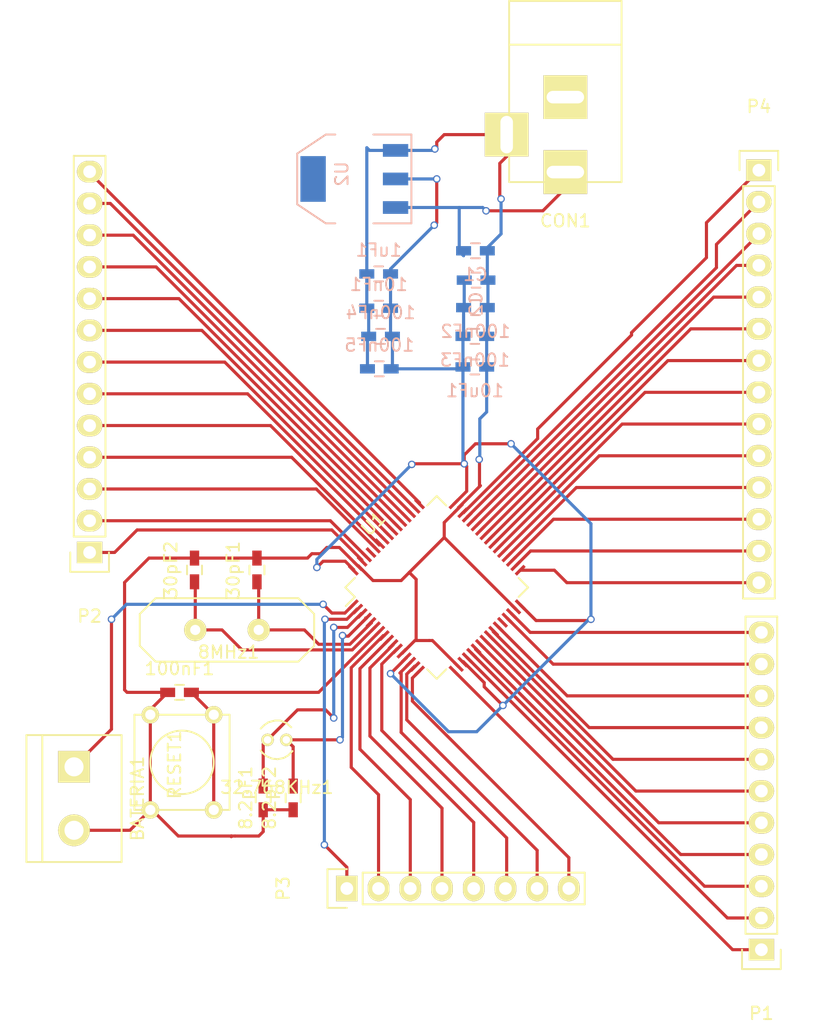
<source format=kicad_pcb>
(kicad_pcb (version 4) (host pcbnew 4.0.2-stable)

  (general
    (links 97)
    (no_connects 1)
    (area 116.345 32.174379 182.708334 114.508333)
    (thickness 1.6)
    (drawings 0)
    (tracks 344)
    (zones 0)
    (modules 25)
    (nets 56)
  )

  (page A4)
  (layers
    (0 F.Cu signal)
    (31 B.Cu signal)
    (32 B.Adhes user)
    (33 F.Adhes user)
    (34 B.Paste user)
    (35 F.Paste user)
    (36 B.SilkS user)
    (37 F.SilkS user)
    (38 B.Mask user)
    (39 F.Mask user)
    (40 Dwgs.User user)
    (41 Cmts.User user)
    (42 Eco1.User user)
    (43 Eco2.User user)
    (44 Edge.Cuts user)
    (45 Margin user)
    (46 B.CrtYd user)
    (47 F.CrtYd user)
    (48 B.Fab user)
    (49 F.Fab user)
  )

  (setup
    (last_trace_width 0.25)
    (trace_clearance 0.2)
    (zone_clearance 0.508)
    (zone_45_only no)
    (trace_min 0.2)
    (segment_width 0.2)
    (edge_width 0.15)
    (via_size 0.6)
    (via_drill 0.4)
    (via_min_size 0.4)
    (via_min_drill 0.3)
    (uvia_size 0.3)
    (uvia_drill 0.1)
    (uvias_allowed no)
    (uvia_min_size 0.2)
    (uvia_min_drill 0.1)
    (pcb_text_width 0.3)
    (pcb_text_size 1.5 1.5)
    (mod_edge_width 0.15)
    (mod_text_size 1 1)
    (mod_text_width 0.15)
    (pad_size 1.524 1.524)
    (pad_drill 0.762)
    (pad_to_mask_clearance 0.2)
    (aux_axis_origin 0 0)
    (visible_elements 7FFFFFFF)
    (pcbplotparams
      (layerselection 0x00030_80000001)
      (usegerberextensions false)
      (excludeedgelayer true)
      (linewidth 0.100000)
      (plotframeref false)
      (viasonmask false)
      (mode 1)
      (useauxorigin false)
      (hpglpennumber 1)
      (hpglpenspeed 20)
      (hpglpendiameter 15)
      (hpglpenoverlay 2)
      (psnegative false)
      (psa4output false)
      (plotreference true)
      (plotvalue true)
      (plotinvisibletext false)
      (padsonsilk false)
      (subtractmaskfromsilk false)
      (outputformat 1)
      (mirror false)
      (drillshape 1)
      (scaleselection 1)
      (outputdirectory ""))
  )

  (net 0 "")
  (net 1 +3V3)
  (net 2 GND)
  (net 3 "Net-(32.768KHz1-Pad2)")
  (net 4 "Net-(32.768KHz1-Pad1)")
  (net 5 "Net-(30pF1-Pad1)")
  (net 6 "Net-(30pF2-Pad1)")
  (net 7 "Net-(100nF1-Pad2)")
  (net 8 /VBAT)
  (net 9 VCC)
  (net 10 /PA3)
  (net 11 /PA4)
  (net 12 /PA5)
  (net 13 /PA6)
  (net 14 /PA7)
  (net 15 /PC4)
  (net 16 /PC5)
  (net 17 /PB0)
  (net 18 /PB1)
  (net 19 /PB10)
  (net 20 /PB11)
  (net 21 /PB9)
  (net 22 /PB8)
  (net 23 /PB7)
  (net 24 /PB6)
  (net 25 /PB5)
  (net 26 /PB4)
  (net 27 /PB3)
  (net 28 /PD2)
  (net 29 /PC12)
  (net 30 /PC11)
  (net 31 /PC10)
  (net 32 /PA15)
  (net 33 /PA14)
  (net 34 /PC13)
  (net 35 /PC0)
  (net 36 /PC1)
  (net 37 /PC2)
  (net 38 /PC3)
  (net 39 /PA0)
  (net 40 /PA1)
  (net 41 /PA2)
  (net 42 /PA13)
  (net 43 /PA12)
  (net 44 /PA11)
  (net 45 /PA10)
  (net 46 /PA9)
  (net 47 /PA8)
  (net 48 /PC9)
  (net 49 /PC8)
  (net 50 /PC7)
  (net 51 /PC6)
  (net 52 /PB15)
  (net 53 /PB14)
  (net 54 /PB13)
  (net 55 /PB12)

  (net_class Default "Esta é a classe de net default."
    (clearance 0.2)
    (trace_width 0.25)
    (via_dia 0.6)
    (via_drill 0.4)
    (uvia_dia 0.3)
    (uvia_drill 0.1)
    (add_net +3V3)
    (add_net /PA0)
    (add_net /PA1)
    (add_net /PA10)
    (add_net /PA11)
    (add_net /PA12)
    (add_net /PA13)
    (add_net /PA14)
    (add_net /PA15)
    (add_net /PA2)
    (add_net /PA3)
    (add_net /PA4)
    (add_net /PA5)
    (add_net /PA6)
    (add_net /PA7)
    (add_net /PA8)
    (add_net /PA9)
    (add_net /PB0)
    (add_net /PB1)
    (add_net /PB10)
    (add_net /PB11)
    (add_net /PB12)
    (add_net /PB13)
    (add_net /PB14)
    (add_net /PB15)
    (add_net /PB3)
    (add_net /PB4)
    (add_net /PB5)
    (add_net /PB6)
    (add_net /PB7)
    (add_net /PB8)
    (add_net /PB9)
    (add_net /PC0)
    (add_net /PC1)
    (add_net /PC10)
    (add_net /PC11)
    (add_net /PC12)
    (add_net /PC13)
    (add_net /PC2)
    (add_net /PC3)
    (add_net /PC4)
    (add_net /PC5)
    (add_net /PC6)
    (add_net /PC7)
    (add_net /PC8)
    (add_net /PC9)
    (add_net /PD2)
    (add_net /VBAT)
    (add_net GND)
    (add_net "Net-(100nF1-Pad2)")
    (add_net "Net-(30pF1-Pad1)")
    (add_net "Net-(30pF2-Pad1)")
    (add_net "Net-(32.768KHz1-Pad1)")
    (add_net "Net-(32.768KHz1-Pad2)")
    (add_net VCC)
  )

  (module Housings_QFP:LQFP-64_10x10mm_Pitch0.5mm (layer F.Cu) (tedit 54130A77) (tstamp 5716D9A8)
    (at 151.6 79.4 45)
    (descr "64 LEAD LQFP 10x10mm (see MICREL LQFP10x10-64LD-PL-1.pdf)")
    (tags "QFP 0.5")
    (path /5716D7EC)
    (attr smd)
    (fp_text reference U1 (at 0 -7.2 45) (layer F.SilkS)
      (effects (font (size 1 1) (thickness 0.15)))
    )
    (fp_text value STM32F103RB (at 0 7.2 45) (layer F.Fab)
      (effects (font (size 1 1) (thickness 0.15)))
    )
    (fp_line (start -6.45 -6.45) (end -6.45 6.45) (layer F.CrtYd) (width 0.05))
    (fp_line (start 6.45 -6.45) (end 6.45 6.45) (layer F.CrtYd) (width 0.05))
    (fp_line (start -6.45 -6.45) (end 6.45 -6.45) (layer F.CrtYd) (width 0.05))
    (fp_line (start -6.45 6.45) (end 6.45 6.45) (layer F.CrtYd) (width 0.05))
    (fp_line (start -5.175 -5.175) (end -5.175 -4.1) (layer F.SilkS) (width 0.15))
    (fp_line (start 5.175 -5.175) (end 5.175 -4.1) (layer F.SilkS) (width 0.15))
    (fp_line (start 5.175 5.175) (end 5.175 4.1) (layer F.SilkS) (width 0.15))
    (fp_line (start -5.175 5.175) (end -5.175 4.1) (layer F.SilkS) (width 0.15))
    (fp_line (start -5.175 -5.175) (end -4.1 -5.175) (layer F.SilkS) (width 0.15))
    (fp_line (start -5.175 5.175) (end -4.1 5.175) (layer F.SilkS) (width 0.15))
    (fp_line (start 5.175 5.175) (end 4.1 5.175) (layer F.SilkS) (width 0.15))
    (fp_line (start 5.175 -5.175) (end 4.1 -5.175) (layer F.SilkS) (width 0.15))
    (fp_line (start -5.175 -4.1) (end -6.2 -4.1) (layer F.SilkS) (width 0.15))
    (pad 1 smd rect (at -5.7 -3.75 45) (size 1 0.25) (layers F.Cu F.Paste F.Mask)
      (net 8 /VBAT))
    (pad 2 smd rect (at -5.7 -3.25 45) (size 1 0.25) (layers F.Cu F.Paste F.Mask)
      (net 34 /PC13))
    (pad 3 smd rect (at -5.7 -2.75 45) (size 1 0.25) (layers F.Cu F.Paste F.Mask)
      (net 3 "Net-(32.768KHz1-Pad2)"))
    (pad 4 smd rect (at -5.7 -2.25 45) (size 1 0.25) (layers F.Cu F.Paste F.Mask)
      (net 4 "Net-(32.768KHz1-Pad1)"))
    (pad 5 smd rect (at -5.7 -1.75 45) (size 1 0.25) (layers F.Cu F.Paste F.Mask)
      (net 5 "Net-(30pF1-Pad1)"))
    (pad 6 smd rect (at -5.7 -1.25 45) (size 1 0.25) (layers F.Cu F.Paste F.Mask)
      (net 6 "Net-(30pF2-Pad1)"))
    (pad 7 smd rect (at -5.7 -0.75 45) (size 1 0.25) (layers F.Cu F.Paste F.Mask)
      (net 7 "Net-(100nF1-Pad2)"))
    (pad 8 smd rect (at -5.7 -0.25 45) (size 1 0.25) (layers F.Cu F.Paste F.Mask)
      (net 35 /PC0))
    (pad 9 smd rect (at -5.7 0.25 45) (size 1 0.25) (layers F.Cu F.Paste F.Mask)
      (net 36 /PC1))
    (pad 10 smd rect (at -5.7 0.75 45) (size 1 0.25) (layers F.Cu F.Paste F.Mask)
      (net 37 /PC2))
    (pad 11 smd rect (at -5.7 1.25 45) (size 1 0.25) (layers F.Cu F.Paste F.Mask)
      (net 38 /PC3))
    (pad 12 smd rect (at -5.7 1.75 45) (size 1 0.25) (layers F.Cu F.Paste F.Mask)
      (net 2 GND))
    (pad 13 smd rect (at -5.7 2.25 45) (size 1 0.25) (layers F.Cu F.Paste F.Mask)
      (net 1 +3V3))
    (pad 14 smd rect (at -5.7 2.75 45) (size 1 0.25) (layers F.Cu F.Paste F.Mask)
      (net 39 /PA0))
    (pad 15 smd rect (at -5.7 3.25 45) (size 1 0.25) (layers F.Cu F.Paste F.Mask)
      (net 40 /PA1))
    (pad 16 smd rect (at -5.7 3.75 45) (size 1 0.25) (layers F.Cu F.Paste F.Mask)
      (net 41 /PA2))
    (pad 17 smd rect (at -3.75 5.7 135) (size 1 0.25) (layers F.Cu F.Paste F.Mask)
      (net 10 /PA3))
    (pad 18 smd rect (at -3.25 5.7 135) (size 1 0.25) (layers F.Cu F.Paste F.Mask)
      (net 2 GND))
    (pad 19 smd rect (at -2.75 5.7 135) (size 1 0.25) (layers F.Cu F.Paste F.Mask)
      (net 1 +3V3))
    (pad 20 smd rect (at -2.25 5.7 135) (size 1 0.25) (layers F.Cu F.Paste F.Mask)
      (net 11 /PA4))
    (pad 21 smd rect (at -1.75 5.7 135) (size 1 0.25) (layers F.Cu F.Paste F.Mask)
      (net 12 /PA5))
    (pad 22 smd rect (at -1.25 5.7 135) (size 1 0.25) (layers F.Cu F.Paste F.Mask)
      (net 13 /PA6))
    (pad 23 smd rect (at -0.75 5.7 135) (size 1 0.25) (layers F.Cu F.Paste F.Mask)
      (net 14 /PA7))
    (pad 24 smd rect (at -0.25 5.7 135) (size 1 0.25) (layers F.Cu F.Paste F.Mask)
      (net 15 /PC4))
    (pad 25 smd rect (at 0.25 5.7 135) (size 1 0.25) (layers F.Cu F.Paste F.Mask)
      (net 16 /PC5))
    (pad 26 smd rect (at 0.75 5.7 135) (size 1 0.25) (layers F.Cu F.Paste F.Mask)
      (net 17 /PB0))
    (pad 27 smd rect (at 1.25 5.7 135) (size 1 0.25) (layers F.Cu F.Paste F.Mask)
      (net 18 /PB1))
    (pad 28 smd rect (at 1.75 5.7 135) (size 1 0.25) (layers F.Cu F.Paste F.Mask))
    (pad 29 smd rect (at 2.25 5.7 135) (size 1 0.25) (layers F.Cu F.Paste F.Mask)
      (net 19 /PB10))
    (pad 30 smd rect (at 2.75 5.7 135) (size 1 0.25) (layers F.Cu F.Paste F.Mask)
      (net 20 /PB11))
    (pad 31 smd rect (at 3.25 5.7 135) (size 1 0.25) (layers F.Cu F.Paste F.Mask)
      (net 2 GND))
    (pad 32 smd rect (at 3.75 5.7 135) (size 1 0.25) (layers F.Cu F.Paste F.Mask)
      (net 1 +3V3))
    (pad 33 smd rect (at 5.7 3.75 45) (size 1 0.25) (layers F.Cu F.Paste F.Mask)
      (net 55 /PB12))
    (pad 34 smd rect (at 5.7 3.25 45) (size 1 0.25) (layers F.Cu F.Paste F.Mask)
      (net 54 /PB13))
    (pad 35 smd rect (at 5.7 2.75 45) (size 1 0.25) (layers F.Cu F.Paste F.Mask)
      (net 53 /PB14))
    (pad 36 smd rect (at 5.7 2.25 45) (size 1 0.25) (layers F.Cu F.Paste F.Mask)
      (net 52 /PB15))
    (pad 37 smd rect (at 5.7 1.75 45) (size 1 0.25) (layers F.Cu F.Paste F.Mask)
      (net 51 /PC6))
    (pad 38 smd rect (at 5.7 1.25 45) (size 1 0.25) (layers F.Cu F.Paste F.Mask)
      (net 50 /PC7))
    (pad 39 smd rect (at 5.7 0.75 45) (size 1 0.25) (layers F.Cu F.Paste F.Mask)
      (net 49 /PC8))
    (pad 40 smd rect (at 5.7 0.25 45) (size 1 0.25) (layers F.Cu F.Paste F.Mask)
      (net 48 /PC9))
    (pad 41 smd rect (at 5.7 -0.25 45) (size 1 0.25) (layers F.Cu F.Paste F.Mask)
      (net 47 /PA8))
    (pad 42 smd rect (at 5.7 -0.75 45) (size 1 0.25) (layers F.Cu F.Paste F.Mask)
      (net 46 /PA9))
    (pad 43 smd rect (at 5.7 -1.25 45) (size 1 0.25) (layers F.Cu F.Paste F.Mask)
      (net 45 /PA10))
    (pad 44 smd rect (at 5.7 -1.75 45) (size 1 0.25) (layers F.Cu F.Paste F.Mask)
      (net 44 /PA11))
    (pad 45 smd rect (at 5.7 -2.25 45) (size 1 0.25) (layers F.Cu F.Paste F.Mask)
      (net 43 /PA12))
    (pad 46 smd rect (at 5.7 -2.75 45) (size 1 0.25) (layers F.Cu F.Paste F.Mask)
      (net 42 /PA13))
    (pad 47 smd rect (at 5.7 -3.25 45) (size 1 0.25) (layers F.Cu F.Paste F.Mask)
      (net 2 GND))
    (pad 48 smd rect (at 5.7 -3.75 45) (size 1 0.25) (layers F.Cu F.Paste F.Mask)
      (net 1 +3V3))
    (pad 49 smd rect (at 3.75 -5.7 135) (size 1 0.25) (layers F.Cu F.Paste F.Mask)
      (net 33 /PA14))
    (pad 50 smd rect (at 3.25 -5.7 135) (size 1 0.25) (layers F.Cu F.Paste F.Mask)
      (net 32 /PA15))
    (pad 51 smd rect (at 2.75 -5.7 135) (size 1 0.25) (layers F.Cu F.Paste F.Mask)
      (net 31 /PC10))
    (pad 52 smd rect (at 2.25 -5.7 135) (size 1 0.25) (layers F.Cu F.Paste F.Mask)
      (net 30 /PC11))
    (pad 53 smd rect (at 1.75 -5.7 135) (size 1 0.25) (layers F.Cu F.Paste F.Mask)
      (net 29 /PC12))
    (pad 54 smd rect (at 1.25 -5.7 135) (size 1 0.25) (layers F.Cu F.Paste F.Mask)
      (net 28 /PD2))
    (pad 55 smd rect (at 0.75 -5.7 135) (size 1 0.25) (layers F.Cu F.Paste F.Mask)
      (net 27 /PB3))
    (pad 56 smd rect (at 0.25 -5.7 135) (size 1 0.25) (layers F.Cu F.Paste F.Mask)
      (net 26 /PB4))
    (pad 57 smd rect (at -0.25 -5.7 135) (size 1 0.25) (layers F.Cu F.Paste F.Mask)
      (net 25 /PB5))
    (pad 58 smd rect (at -0.75 -5.7 135) (size 1 0.25) (layers F.Cu F.Paste F.Mask)
      (net 24 /PB6))
    (pad 59 smd rect (at -1.25 -5.7 135) (size 1 0.25) (layers F.Cu F.Paste F.Mask)
      (net 23 /PB7))
    (pad 60 smd rect (at -1.75 -5.7 135) (size 1 0.25) (layers F.Cu F.Paste F.Mask))
    (pad 61 smd rect (at -2.25 -5.7 135) (size 1 0.25) (layers F.Cu F.Paste F.Mask)
      (net 22 /PB8))
    (pad 62 smd rect (at -2.75 -5.7 135) (size 1 0.25) (layers F.Cu F.Paste F.Mask)
      (net 21 /PB9))
    (pad 63 smd rect (at -3.25 -5.7 135) (size 1 0.25) (layers F.Cu F.Paste F.Mask)
      (net 2 GND))
    (pad 64 smd rect (at -3.75 -5.7 135) (size 1 0.25) (layers F.Cu F.Paste F.Mask)
      (net 1 +3V3))
    (model Housings_QFP.3dshapes/LQFP-64_10x10mm_Pitch0.5mm.wrl
      (at (xyz 0 0 0))
      (scale (xyz 1 1 1))
      (rotate (xyz 0 0 0))
    )
  )

  (module Capacitors_SMD:C_0603_HandSoldering (layer B.Cu) (tedit 541A9B4D) (tstamp 5717D782)
    (at 146.95 54.3 180)
    (descr "Capacitor SMD 0603, hand soldering")
    (tags "capacitor 0603")
    (path /5717D29C/5717E76D)
    (attr smd)
    (fp_text reference 1uF1 (at 0 1.9 180) (layer B.SilkS)
      (effects (font (size 1 1) (thickness 0.15)) (justify mirror))
    )
    (fp_text value CP (at 0 -1.9 180) (layer B.Fab)
      (effects (font (size 1 1) (thickness 0.15)) (justify mirror))
    )
    (fp_line (start -1.85 0.75) (end 1.85 0.75) (layer B.CrtYd) (width 0.05))
    (fp_line (start -1.85 -0.75) (end 1.85 -0.75) (layer B.CrtYd) (width 0.05))
    (fp_line (start -1.85 0.75) (end -1.85 -0.75) (layer B.CrtYd) (width 0.05))
    (fp_line (start 1.85 0.75) (end 1.85 -0.75) (layer B.CrtYd) (width 0.05))
    (fp_line (start -0.35 0.6) (end 0.35 0.6) (layer B.SilkS) (width 0.15))
    (fp_line (start 0.35 -0.6) (end -0.35 -0.6) (layer B.SilkS) (width 0.15))
    (pad 1 smd rect (at -0.95 0 180) (size 1.2 0.75) (layers B.Cu B.Paste B.Mask)
      (net 1 +3V3))
    (pad 2 smd rect (at 0.95 0 180) (size 1.2 0.75) (layers B.Cu B.Paste B.Mask)
      (net 2 GND))
    (model Capacitors_SMD.3dshapes/C_0603_HandSoldering.wrl
      (at (xyz 0 0 0))
      (scale (xyz 1 1 1))
      (rotate (xyz 0 0 0))
    )
  )

  (module Crystals:HC-18UV (layer F.Cu) (tedit 0) (tstamp 5717D794)
    (at 134.8 82.8 180)
    (descr "Quartz boitier HC-18U vertical")
    (tags "QUARTZ DEV")
    (path /57184B59)
    (fp_text reference 8MHz1 (at -0.127 -1.778 180) (layer F.SilkS)
      (effects (font (size 1 1) (thickness 0.15)))
    )
    (fp_text value Crystal (at 0 1.651 180) (layer F.Fab)
      (effects (font (size 1 1) (thickness 0.15)))
    )
    (fp_line (start -6.985 -1.27) (end -5.715 -2.54) (layer F.SilkS) (width 0.15))
    (fp_line (start 5.715 -2.54) (end 6.985 -1.27) (layer F.SilkS) (width 0.15))
    (fp_line (start 6.985 1.27) (end 5.715 2.54) (layer F.SilkS) (width 0.15))
    (fp_line (start -6.985 1.27) (end -5.715 2.54) (layer F.SilkS) (width 0.15))
    (fp_line (start -5.715 -2.54) (end 5.715 -2.54) (layer F.SilkS) (width 0.15))
    (fp_line (start -6.985 -1.27) (end -6.985 1.27) (layer F.SilkS) (width 0.15))
    (fp_line (start -5.715 2.54) (end 5.715 2.54) (layer F.SilkS) (width 0.15))
    (fp_line (start 6.985 1.27) (end 6.985 -1.27) (layer F.SilkS) (width 0.15))
    (pad 1 thru_hole circle (at -2.54 0 180) (size 1.778 1.778) (drill 0.8128) (layers *.Cu *.Mask F.SilkS)
      (net 5 "Net-(30pF1-Pad1)"))
    (pad 2 thru_hole circle (at 2.54 0 180) (size 1.778 1.778) (drill 0.8128) (layers *.Cu *.Mask F.SilkS)
      (net 6 "Net-(30pF2-Pad1)"))
    (model Crystals.3dshapes/HC-18UV.wrl
      (at (xyz 0 0 0))
      (scale (xyz 1 1 1))
      (rotate (xyz 0 0 0))
    )
    (model Crystals.3dshapes/HC-18UV.wrl
      (at (xyz 0 0 0))
      (scale (xyz 1 1 1))
      (rotate (xyz 0 0 0))
    )
  )

  (module Capacitors_SMD:C_0603_HandSoldering (layer B.Cu) (tedit 541A9B4D) (tstamp 5717D79A)
    (at 146.95 57.05 180)
    (descr "Capacitor SMD 0603, hand soldering")
    (tags "capacitor 0603")
    (path /5717D29C/5717E4D7)
    (attr smd)
    (fp_text reference 10nF1 (at 0 1.9 180) (layer B.SilkS)
      (effects (font (size 1 1) (thickness 0.15)) (justify mirror))
    )
    (fp_text value C (at 0 -1.9 180) (layer B.Fab)
      (effects (font (size 1 1) (thickness 0.15)) (justify mirror))
    )
    (fp_line (start -1.85 0.75) (end 1.85 0.75) (layer B.CrtYd) (width 0.05))
    (fp_line (start -1.85 -0.75) (end 1.85 -0.75) (layer B.CrtYd) (width 0.05))
    (fp_line (start -1.85 0.75) (end -1.85 -0.75) (layer B.CrtYd) (width 0.05))
    (fp_line (start 1.85 0.75) (end 1.85 -0.75) (layer B.CrtYd) (width 0.05))
    (fp_line (start -0.35 0.6) (end 0.35 0.6) (layer B.SilkS) (width 0.15))
    (fp_line (start 0.35 -0.6) (end -0.35 -0.6) (layer B.SilkS) (width 0.15))
    (pad 1 smd rect (at -0.95 0 180) (size 1.2 0.75) (layers B.Cu B.Paste B.Mask)
      (net 1 +3V3))
    (pad 2 smd rect (at 0.95 0 180) (size 1.2 0.75) (layers B.Cu B.Paste B.Mask)
      (net 2 GND))
    (model Capacitors_SMD.3dshapes/C_0603_HandSoldering.wrl
      (at (xyz 0 0 0))
      (scale (xyz 1 1 1))
      (rotate (xyz 0 0 0))
    )
  )

  (module Crystals:Crystal_Round_Vertical_3mm (layer F.Cu) (tedit 5720CB7C) (tstamp 5717D7B2)
    (at 138.8 91.6 180)
    (descr "Crystal, Quarz, Rundgehaeuse, round, vertical, stehend, Uhrenquarz, Diam. 3mm,")
    (tags "Crystal Quarz Rundgehaeuse round vertical stehend Uhrenquarz Diam. 3mm")
    (path /5717BE05)
    (fp_text reference 32.768KHz1 (at 0 -3.81 180) (layer F.SilkS)
      (effects (font (size 1 1) (thickness 0.15)))
    )
    (fp_text value Crystal (at -0.2 -2.2 180) (layer F.Fab)
      (effects (font (size 1 1) (thickness 0.15)))
    )
    (fp_line (start 1.30048 0.89916) (end 1.04902 1.15062) (layer F.SilkS) (width 0.15))
    (fp_line (start 1.04902 1.15062) (end 0.70104 1.39954) (layer F.SilkS) (width 0.15))
    (fp_line (start 0.70104 1.39954) (end 0.14986 1.5494) (layer F.SilkS) (width 0.15))
    (fp_line (start 0.14986 1.5494) (end -0.24892 1.5494) (layer F.SilkS) (width 0.15))
    (fp_line (start -0.24892 1.5494) (end -0.7493 1.34874) (layer F.SilkS) (width 0.15))
    (fp_line (start -0.7493 1.34874) (end -1.15062 1.00076) (layer F.SilkS) (width 0.15))
    (fp_line (start 1.30048 -0.8509) (end 1.15062 -1.04902) (layer F.SilkS) (width 0.15))
    (fp_line (start 1.15062 -1.04902) (end 0.8509 -1.30048) (layer F.SilkS) (width 0.15))
    (fp_line (start 0.8509 -1.30048) (end 0.39878 -1.50114) (layer F.SilkS) (width 0.15))
    (fp_line (start 0.39878 -1.50114) (end -0.0508 -1.5494) (layer F.SilkS) (width 0.15))
    (fp_line (start -0.0508 -1.5494) (end -0.55118 -1.45034) (layer F.SilkS) (width 0.15))
    (fp_line (start -0.55118 -1.45034) (end -0.89916 -1.24968) (layer F.SilkS) (width 0.15))
    (fp_line (start -0.89916 -1.24968) (end -1.24968 -0.89916) (layer F.SilkS) (width 0.15))
    (pad 1 thru_hole circle (at -0.7493 0 180) (size 1.00076 1.00076) (drill 0.59944) (layers *.Cu *.Mask F.SilkS)
      (net 4 "Net-(32.768KHz1-Pad1)"))
    (pad 2 thru_hole circle (at 0.7493 0 180) (size 1.00076 1.00076) (drill 0.59944) (layers *.Cu *.Mask F.SilkS)
      (net 3 "Net-(32.768KHz1-Pad2)"))
  )

  (module Capacitors_SMD:C_0603_HandSoldering (layer F.Cu) (tedit 541A9B4D) (tstamp 5717D7B8)
    (at 131 87.8)
    (descr "Capacitor SMD 0603, hand soldering")
    (tags "capacitor 0603")
    (path /57182019)
    (attr smd)
    (fp_text reference 100nF1 (at 0 -1.9) (layer F.SilkS)
      (effects (font (size 1 1) (thickness 0.15)))
    )
    (fp_text value C (at 0 1.9) (layer F.Fab)
      (effects (font (size 1 1) (thickness 0.15)))
    )
    (fp_line (start -1.85 -0.75) (end 1.85 -0.75) (layer F.CrtYd) (width 0.05))
    (fp_line (start -1.85 0.75) (end 1.85 0.75) (layer F.CrtYd) (width 0.05))
    (fp_line (start -1.85 -0.75) (end -1.85 0.75) (layer F.CrtYd) (width 0.05))
    (fp_line (start 1.85 -0.75) (end 1.85 0.75) (layer F.CrtYd) (width 0.05))
    (fp_line (start -0.35 -0.6) (end 0.35 -0.6) (layer F.SilkS) (width 0.15))
    (fp_line (start 0.35 0.6) (end -0.35 0.6) (layer F.SilkS) (width 0.15))
    (pad 1 smd rect (at -0.95 0) (size 1.2 0.75) (layers F.Cu F.Paste F.Mask)
      (net 2 GND))
    (pad 2 smd rect (at 0.95 0) (size 1.2 0.75) (layers F.Cu F.Paste F.Mask)
      (net 7 "Net-(100nF1-Pad2)"))
    (model Capacitors_SMD.3dshapes/C_0603_HandSoldering.wrl
      (at (xyz 0 0 0))
      (scale (xyz 1 1 1))
      (rotate (xyz 0 0 0))
    )
  )

  (module Connect:bornier2 (layer F.Cu) (tedit 0) (tstamp 5717D7D6)
    (at 122.55 96.3 270)
    (descr "Bornier d'alimentation 2 pins")
    (tags DEV)
    (path /57198D0B)
    (fp_text reference BATERIA1 (at 0 -5.08 270) (layer F.SilkS)
      (effects (font (size 1 1) (thickness 0.15)))
    )
    (fp_text value CONN_01X02 (at 0 5.08 270) (layer F.Fab)
      (effects (font (size 1 1) (thickness 0.15)))
    )
    (fp_line (start 5.08 2.54) (end -5.08 2.54) (layer F.SilkS) (width 0.15))
    (fp_line (start 5.08 3.81) (end 5.08 -3.81) (layer F.SilkS) (width 0.15))
    (fp_line (start 5.08 -3.81) (end -5.08 -3.81) (layer F.SilkS) (width 0.15))
    (fp_line (start -5.08 -3.81) (end -5.08 3.81) (layer F.SilkS) (width 0.15))
    (fp_line (start -5.08 3.81) (end 5.08 3.81) (layer F.SilkS) (width 0.15))
    (pad 1 thru_hole rect (at -2.54 0 270) (size 2.54 2.54) (drill 1.524) (layers *.Cu *.Mask F.SilkS)
      (net 8 /VBAT))
    (pad 2 thru_hole circle (at 2.54 0 270) (size 2.54 2.54) (drill 1.524) (layers *.Cu *.Mask F.SilkS)
      (net 2 GND))
    (model Connect.3dshapes/bornier2.wrl
      (at (xyz 0 0 0))
      (scale (xyz 1 1 1))
      (rotate (xyz 0 0 0))
    )
  )

  (module Capacitors_SMD:C_0603_HandSoldering (layer B.Cu) (tedit 5717E522) (tstamp 5717D7DC)
    (at 154.7 52.45)
    (descr "Capacitor SMD 0603, hand soldering")
    (tags "capacitor 0603")
    (path /5718F033)
    (attr smd)
    (fp_text reference C1 (at 0 1.9) (layer B.SilkS)
      (effects (font (size 1 1) (thickness 0.15)) (justify mirror))
    )
    (fp_text value 10u (at 0 -1.9 180) (layer B.Fab)
      (effects (font (size 1 1) (thickness 0.15)) (justify mirror))
    )
    (fp_line (start -1.85 0.75) (end 1.85 0.75) (layer B.CrtYd) (width 0.05))
    (fp_line (start -1.85 -0.75) (end 1.85 -0.75) (layer B.CrtYd) (width 0.05))
    (fp_line (start -1.85 0.75) (end -1.85 -0.75) (layer B.CrtYd) (width 0.05))
    (fp_line (start 1.85 0.75) (end 1.85 -0.75) (layer B.CrtYd) (width 0.05))
    (fp_line (start -0.35 0.6) (end 0.35 0.6) (layer B.SilkS) (width 0.15))
    (fp_line (start 0.35 -0.6) (end -0.35 -0.6) (layer B.SilkS) (width 0.15))
    (pad 1 smd rect (at -0.95 0) (size 1.2 0.75) (layers B.Cu B.Paste B.Mask)
      (net 9 VCC))
    (pad 2 smd rect (at 0.95 0) (size 1.2 0.75) (layers B.Cu B.Paste B.Mask)
      (net 2 GND))
    (model Capacitors_SMD.3dshapes/C_0603_HandSoldering.wrl
      (at (xyz 0 0 0))
      (scale (xyz 1 1 1))
      (rotate (xyz 0 0 0))
    )
  )

  (module Capacitors_SMD:C_0603_HandSoldering (layer B.Cu) (tedit 5717E6D2) (tstamp 5717D7E2)
    (at 154.75 54.8)
    (descr "Capacitor SMD 0603, hand soldering")
    (tags "capacitor 0603")
    (path /5718F036)
    (attr smd)
    (fp_text reference C2 (at 0 1.9 270) (layer B.SilkS)
      (effects (font (size 1 1) (thickness 0.15)) (justify mirror))
    )
    (fp_text value 10u (at 0 -1.9) (layer B.Fab)
      (effects (font (size 1 1) (thickness 0.15)) (justify mirror))
    )
    (fp_line (start -1.85 0.75) (end 1.85 0.75) (layer B.CrtYd) (width 0.05))
    (fp_line (start -1.85 -0.75) (end 1.85 -0.75) (layer B.CrtYd) (width 0.05))
    (fp_line (start -1.85 0.75) (end -1.85 -0.75) (layer B.CrtYd) (width 0.05))
    (fp_line (start 1.85 0.75) (end 1.85 -0.75) (layer B.CrtYd) (width 0.05))
    (fp_line (start -0.35 0.6) (end 0.35 0.6) (layer B.SilkS) (width 0.15))
    (fp_line (start 0.35 -0.6) (end -0.35 -0.6) (layer B.SilkS) (width 0.15))
    (pad 1 smd rect (at -0.95 0) (size 1.2 0.75) (layers B.Cu B.Paste B.Mask)
      (net 1 +3V3))
    (pad 2 smd rect (at 0.95 0) (size 1.2 0.75) (layers B.Cu B.Paste B.Mask)
      (net 2 GND))
    (model Capacitors_SMD.3dshapes/C_0603_HandSoldering.wrl
      (at (xyz 0 0 0))
      (scale (xyz 1 1 1))
      (rotate (xyz 0 0 0))
    )
  )

  (module Connect:BARREL_JACK (layer F.Cu) (tedit 0) (tstamp 5717D7E9)
    (at 161.9 39.95 270)
    (descr "DC Barrel Jack")
    (tags "Power Jack")
    (path /5719659E)
    (fp_text reference CON1 (at 10.09904 0 360) (layer F.SilkS)
      (effects (font (size 1 1) (thickness 0.15)))
    )
    (fp_text value BARREL_JACK (at 0 -5.99948 270) (layer F.Fab)
      (effects (font (size 1 1) (thickness 0.15)))
    )
    (fp_line (start -4.0005 -4.50088) (end -4.0005 4.50088) (layer F.SilkS) (width 0.15))
    (fp_line (start -7.50062 -4.50088) (end -7.50062 4.50088) (layer F.SilkS) (width 0.15))
    (fp_line (start -7.50062 4.50088) (end 7.00024 4.50088) (layer F.SilkS) (width 0.15))
    (fp_line (start 7.00024 4.50088) (end 7.00024 -4.50088) (layer F.SilkS) (width 0.15))
    (fp_line (start 7.00024 -4.50088) (end -7.50062 -4.50088) (layer F.SilkS) (width 0.15))
    (pad 1 thru_hole rect (at 6.20014 0 270) (size 3.50012 3.50012) (drill oval 1.00076 2.99974) (layers *.Cu *.Mask F.SilkS)
      (net 9 VCC))
    (pad 2 thru_hole rect (at 0.20066 0 270) (size 3.50012 3.50012) (drill oval 1.00076 2.99974) (layers *.Cu *.Mask F.SilkS)
      (net 2 GND))
    (pad 3 thru_hole rect (at 3.2004 4.699 270) (size 3.50012 3.50012) (drill oval 2.99974 1.00076) (layers *.Cu *.Mask F.SilkS)
      (net 2 GND))
  )

  (module Buttons_Switches_ThroughHole:SW_PUSH_SMALL (layer F.Cu) (tedit 5717E8B2) (tstamp 5717D834)
    (at 131.2 93.4 90)
    (path /57181F58)
    (fp_text reference RESET1 (at -0.2 -0.6 90) (layer F.SilkS)
      (effects (font (size 1 1) (thickness 0.15)))
    )
    (fp_text value SW_PUSH (at 0 1.016 90) (layer F.Fab)
      (effects (font (size 1 1) (thickness 0.15)))
    )
    (fp_circle (center 0 0) (end 0 -2.54) (layer F.SilkS) (width 0.15))
    (fp_line (start -3.81 -3.81) (end 3.81 -3.81) (layer F.SilkS) (width 0.15))
    (fp_line (start 3.81 -3.81) (end 3.81 3.81) (layer F.SilkS) (width 0.15))
    (fp_line (start 3.81 3.81) (end -3.81 3.81) (layer F.SilkS) (width 0.15))
    (fp_line (start -3.81 -3.81) (end -3.81 3.81) (layer F.SilkS) (width 0.15))
    (pad 1 thru_hole circle (at 3.81 -2.54 90) (size 1.397 1.397) (drill 0.8128) (layers *.Cu *.Mask F.SilkS)
      (net 2 GND))
    (pad 2 thru_hole circle (at 3.81 2.54 90) (size 1.397 1.397) (drill 0.8128) (layers *.Cu *.Mask F.SilkS)
      (net 7 "Net-(100nF1-Pad2)"))
    (pad 1 thru_hole circle (at -3.81 -2.54 90) (size 1.397 1.397) (drill 0.8128) (layers *.Cu *.Mask F.SilkS)
      (net 2 GND))
    (pad 2 thru_hole circle (at -3.81 2.54 90) (size 1.397 1.397) (drill 0.8128) (layers *.Cu *.Mask F.SilkS)
      (net 7 "Net-(100nF1-Pad2)"))
  )

  (module TO_SOT_Packages_SMD:SOT-223 (layer B.Cu) (tedit 57215605) (tstamp 5717D83C)
    (at 145 46.7 270)
    (descr "module CMS SOT223 4 pins")
    (tags "CMS SOT")
    (path /5718F034)
    (attr smd)
    (fp_text reference U2 (at -0.4 1 270) (layer B.SilkS)
      (effects (font (size 1 1) (thickness 0.15)) (justify mirror))
    )
    (fp_text value LD1117S33TR (at -0.35 -0.55 270) (layer B.Fab)
      (effects (font (size 1 1) (thickness 0.15)) (justify mirror))
    )
    (fp_line (start -3.556 -1.524) (end -3.556 -4.572) (layer B.SilkS) (width 0.15))
    (fp_line (start -3.556 -4.572) (end 3.556 -4.572) (layer B.SilkS) (width 0.15))
    (fp_line (start 3.556 -4.572) (end 3.556 -1.524) (layer B.SilkS) (width 0.15))
    (fp_line (start -3.556 1.524) (end -3.556 2.286) (layer B.SilkS) (width 0.15))
    (fp_line (start -3.556 2.286) (end -2.032 4.572) (layer B.SilkS) (width 0.15))
    (fp_line (start -2.032 4.572) (end 2.032 4.572) (layer B.SilkS) (width 0.15))
    (fp_line (start 2.032 4.572) (end 3.556 2.286) (layer B.SilkS) (width 0.15))
    (fp_line (start 3.556 2.286) (end 3.556 1.524) (layer B.SilkS) (width 0.15))
    (pad 4 smd rect (at 0 3.302 270) (size 3.6576 2.032) (layers B.Cu B.Paste B.Mask))
    (pad 2 smd rect (at 0 -3.302 270) (size 1.016 2.032) (layers B.Cu B.Paste B.Mask)
      (net 1 +3V3))
    (pad 3 smd rect (at 2.286 -3.302 270) (size 1.016 2.032) (layers B.Cu B.Paste B.Mask)
      (net 9 VCC))
    (pad 1 smd rect (at -2.286 -3.302 270) (size 1.016 2.032) (layers B.Cu B.Paste B.Mask)
      (net 2 GND))
    (model TO_SOT_Packages_SMD.3dshapes/SOT-223.wrl
      (at (xyz 0 0 0))
      (scale (xyz 0.4 0.4 0.4))
      (rotate (xyz 0 0 0))
    )
  )

  (module Capacitors_SMD:C_0603_HandSoldering (layer F.Cu) (tedit 5717E8E1) (tstamp 5717EB96)
    (at 137.7 96.25 270)
    (descr "Capacitor SMD 0603, hand soldering")
    (tags "capacitor 0603")
    (path /5717BF02)
    (attr smd)
    (fp_text reference 8.2pF1 (at 0 1.4 270) (layer F.SilkS)
      (effects (font (size 1 1) (thickness 0.15)))
    )
    (fp_text value C (at 0 1.9 270) (layer F.Fab)
      (effects (font (size 1 1) (thickness 0.15)))
    )
    (fp_line (start -1.85 -0.75) (end 1.85 -0.75) (layer F.CrtYd) (width 0.05))
    (fp_line (start -1.85 0.75) (end 1.85 0.75) (layer F.CrtYd) (width 0.05))
    (fp_line (start -1.85 -0.75) (end -1.85 0.75) (layer F.CrtYd) (width 0.05))
    (fp_line (start 1.85 -0.75) (end 1.85 0.75) (layer F.CrtYd) (width 0.05))
    (fp_line (start -0.35 -0.6) (end 0.35 -0.6) (layer F.SilkS) (width 0.15))
    (fp_line (start 0.35 0.6) (end -0.35 0.6) (layer F.SilkS) (width 0.15))
    (pad 1 smd rect (at -0.95 0 270) (size 1.2 0.75) (layers F.Cu F.Paste F.Mask)
      (net 3 "Net-(32.768KHz1-Pad2)"))
    (pad 2 smd rect (at 0.95 0 270) (size 1.2 0.75) (layers F.Cu F.Paste F.Mask)
      (net 2 GND))
    (model Capacitors_SMD.3dshapes/C_0603_HandSoldering.wrl
      (at (xyz 0 0 0))
      (scale (xyz 1 1 1))
      (rotate (xyz 0 0 0))
    )
  )

  (module Capacitors_SMD:C_0603_HandSoldering (layer F.Cu) (tedit 541A9B4D) (tstamp 5717EB9B)
    (at 140.1 96.25 90)
    (descr "Capacitor SMD 0603, hand soldering")
    (tags "capacitor 0603")
    (path /5717BFEF)
    (attr smd)
    (fp_text reference 8.2pF2 (at 0 -1.9 90) (layer F.SilkS)
      (effects (font (size 1 1) (thickness 0.15)))
    )
    (fp_text value C (at 0 1.9 90) (layer F.Fab)
      (effects (font (size 1 1) (thickness 0.15)))
    )
    (fp_line (start -1.85 -0.75) (end 1.85 -0.75) (layer F.CrtYd) (width 0.05))
    (fp_line (start -1.85 0.75) (end 1.85 0.75) (layer F.CrtYd) (width 0.05))
    (fp_line (start -1.85 -0.75) (end -1.85 0.75) (layer F.CrtYd) (width 0.05))
    (fp_line (start 1.85 -0.75) (end 1.85 0.75) (layer F.CrtYd) (width 0.05))
    (fp_line (start -0.35 -0.6) (end 0.35 -0.6) (layer F.SilkS) (width 0.15))
    (fp_line (start 0.35 0.6) (end -0.35 0.6) (layer F.SilkS) (width 0.15))
    (pad 1 smd rect (at -0.95 0 90) (size 1.2 0.75) (layers F.Cu F.Paste F.Mask)
      (net 2 GND))
    (pad 2 smd rect (at 0.95 0 90) (size 1.2 0.75) (layers F.Cu F.Paste F.Mask)
      (net 4 "Net-(32.768KHz1-Pad1)"))
    (model Capacitors_SMD.3dshapes/C_0603_HandSoldering.wrl
      (at (xyz 0 0 0))
      (scale (xyz 1 1 1))
      (rotate (xyz 0 0 0))
    )
  )

  (module Capacitors_SMD:C_0603_HandSoldering (layer B.Cu) (tedit 541A9B4D) (tstamp 5717EBA0)
    (at 154.65 61.75)
    (descr "Capacitor SMD 0603, hand soldering")
    (tags "capacitor 0603")
    (path /5717D29C/5717E506)
    (attr smd)
    (fp_text reference 10uF1 (at 0 1.9) (layer B.SilkS)
      (effects (font (size 1 1) (thickness 0.15)) (justify mirror))
    )
    (fp_text value CP (at 0 -1.9) (layer B.Fab)
      (effects (font (size 1 1) (thickness 0.15)) (justify mirror))
    )
    (fp_line (start -1.85 0.75) (end 1.85 0.75) (layer B.CrtYd) (width 0.05))
    (fp_line (start -1.85 -0.75) (end 1.85 -0.75) (layer B.CrtYd) (width 0.05))
    (fp_line (start -1.85 0.75) (end -1.85 -0.75) (layer B.CrtYd) (width 0.05))
    (fp_line (start 1.85 0.75) (end 1.85 -0.75) (layer B.CrtYd) (width 0.05))
    (fp_line (start -0.35 0.6) (end 0.35 0.6) (layer B.SilkS) (width 0.15))
    (fp_line (start 0.35 -0.6) (end -0.35 -0.6) (layer B.SilkS) (width 0.15))
    (pad 1 smd rect (at -0.95 0) (size 1.2 0.75) (layers B.Cu B.Paste B.Mask)
      (net 1 +3V3))
    (pad 2 smd rect (at 0.95 0) (size 1.2 0.75) (layers B.Cu B.Paste B.Mask)
      (net 2 GND))
    (model Capacitors_SMD.3dshapes/C_0603_HandSoldering.wrl
      (at (xyz 0 0 0))
      (scale (xyz 1 1 1))
      (rotate (xyz 0 0 0))
    )
  )

  (module Capacitors_SMD:C_0603_HandSoldering (layer F.Cu) (tedit 541A9B4D) (tstamp 5717EBA5)
    (at 137.2 78 90)
    (descr "Capacitor SMD 0603, hand soldering")
    (tags "capacitor 0603")
    (path /57184FBE)
    (attr smd)
    (fp_text reference 30pF1 (at 0 -1.9 90) (layer F.SilkS)
      (effects (font (size 1 1) (thickness 0.15)))
    )
    (fp_text value C (at 0 1.9 90) (layer F.Fab)
      (effects (font (size 1 1) (thickness 0.15)))
    )
    (fp_line (start -1.85 -0.75) (end 1.85 -0.75) (layer F.CrtYd) (width 0.05))
    (fp_line (start -1.85 0.75) (end 1.85 0.75) (layer F.CrtYd) (width 0.05))
    (fp_line (start -1.85 -0.75) (end -1.85 0.75) (layer F.CrtYd) (width 0.05))
    (fp_line (start 1.85 -0.75) (end 1.85 0.75) (layer F.CrtYd) (width 0.05))
    (fp_line (start -0.35 -0.6) (end 0.35 -0.6) (layer F.SilkS) (width 0.15))
    (fp_line (start 0.35 0.6) (end -0.35 0.6) (layer F.SilkS) (width 0.15))
    (pad 1 smd rect (at -0.95 0 90) (size 1.2 0.75) (layers F.Cu F.Paste F.Mask)
      (net 5 "Net-(30pF1-Pad1)"))
    (pad 2 smd rect (at 0.95 0 90) (size 1.2 0.75) (layers F.Cu F.Paste F.Mask)
      (net 2 GND))
    (model Capacitors_SMD.3dshapes/C_0603_HandSoldering.wrl
      (at (xyz 0 0 0))
      (scale (xyz 1 1 1))
      (rotate (xyz 0 0 0))
    )
  )

  (module Capacitors_SMD:C_0603_HandSoldering (layer F.Cu) (tedit 541A9B4D) (tstamp 5717EBAA)
    (at 132.2 78 90)
    (descr "Capacitor SMD 0603, hand soldering")
    (tags "capacitor 0603")
    (path /571850E4)
    (attr smd)
    (fp_text reference 30pF2 (at 0 -1.9 90) (layer F.SilkS)
      (effects (font (size 1 1) (thickness 0.15)))
    )
    (fp_text value C (at 0 1.9 90) (layer F.Fab)
      (effects (font (size 1 1) (thickness 0.15)))
    )
    (fp_line (start -1.85 -0.75) (end 1.85 -0.75) (layer F.CrtYd) (width 0.05))
    (fp_line (start -1.85 0.75) (end 1.85 0.75) (layer F.CrtYd) (width 0.05))
    (fp_line (start -1.85 -0.75) (end -1.85 0.75) (layer F.CrtYd) (width 0.05))
    (fp_line (start 1.85 -0.75) (end 1.85 0.75) (layer F.CrtYd) (width 0.05))
    (fp_line (start -0.35 -0.6) (end 0.35 -0.6) (layer F.SilkS) (width 0.15))
    (fp_line (start 0.35 0.6) (end -0.35 0.6) (layer F.SilkS) (width 0.15))
    (pad 1 smd rect (at -0.95 0 90) (size 1.2 0.75) (layers F.Cu F.Paste F.Mask)
      (net 6 "Net-(30pF2-Pad1)"))
    (pad 2 smd rect (at 0.95 0 90) (size 1.2 0.75) (layers F.Cu F.Paste F.Mask)
      (net 2 GND))
    (model Capacitors_SMD.3dshapes/C_0603_HandSoldering.wrl
      (at (xyz 0 0 0))
      (scale (xyz 1 1 1))
      (rotate (xyz 0 0 0))
    )
  )

  (module Capacitors_SMD:C_0603_HandSoldering (layer B.Cu) (tedit 541A9B4D) (tstamp 5717EBAF)
    (at 154.7 57)
    (descr "Capacitor SMD 0603, hand soldering")
    (tags "capacitor 0603")
    (path /5717D29C/5717E12D)
    (attr smd)
    (fp_text reference 100nF2 (at 0 1.9) (layer B.SilkS)
      (effects (font (size 1 1) (thickness 0.15)) (justify mirror))
    )
    (fp_text value C (at 0 -1.9) (layer B.Fab)
      (effects (font (size 1 1) (thickness 0.15)) (justify mirror))
    )
    (fp_line (start -1.85 0.75) (end 1.85 0.75) (layer B.CrtYd) (width 0.05))
    (fp_line (start -1.85 -0.75) (end 1.85 -0.75) (layer B.CrtYd) (width 0.05))
    (fp_line (start -1.85 0.75) (end -1.85 -0.75) (layer B.CrtYd) (width 0.05))
    (fp_line (start 1.85 0.75) (end 1.85 -0.75) (layer B.CrtYd) (width 0.05))
    (fp_line (start -0.35 0.6) (end 0.35 0.6) (layer B.SilkS) (width 0.15))
    (fp_line (start 0.35 -0.6) (end -0.35 -0.6) (layer B.SilkS) (width 0.15))
    (pad 1 smd rect (at -0.95 0) (size 1.2 0.75) (layers B.Cu B.Paste B.Mask)
      (net 1 +3V3))
    (pad 2 smd rect (at 0.95 0) (size 1.2 0.75) (layers B.Cu B.Paste B.Mask)
      (net 2 GND))
    (model Capacitors_SMD.3dshapes/C_0603_HandSoldering.wrl
      (at (xyz 0 0 0))
      (scale (xyz 1 1 1))
      (rotate (xyz 0 0 0))
    )
  )

  (module Capacitors_SMD:C_0603_HandSoldering (layer B.Cu) (tedit 541A9B4D) (tstamp 5717EBB4)
    (at 154.65 59.3)
    (descr "Capacitor SMD 0603, hand soldering")
    (tags "capacitor 0603")
    (path /5717D29C/5717E146)
    (attr smd)
    (fp_text reference 100nF3 (at 0 1.9) (layer B.SilkS)
      (effects (font (size 1 1) (thickness 0.15)) (justify mirror))
    )
    (fp_text value C (at 0 -1.9) (layer B.Fab)
      (effects (font (size 1 1) (thickness 0.15)) (justify mirror))
    )
    (fp_line (start -1.85 0.75) (end 1.85 0.75) (layer B.CrtYd) (width 0.05))
    (fp_line (start -1.85 -0.75) (end 1.85 -0.75) (layer B.CrtYd) (width 0.05))
    (fp_line (start -1.85 0.75) (end -1.85 -0.75) (layer B.CrtYd) (width 0.05))
    (fp_line (start 1.85 0.75) (end 1.85 -0.75) (layer B.CrtYd) (width 0.05))
    (fp_line (start -0.35 0.6) (end 0.35 0.6) (layer B.SilkS) (width 0.15))
    (fp_line (start 0.35 -0.6) (end -0.35 -0.6) (layer B.SilkS) (width 0.15))
    (pad 1 smd rect (at -0.95 0) (size 1.2 0.75) (layers B.Cu B.Paste B.Mask)
      (net 1 +3V3))
    (pad 2 smd rect (at 0.95 0) (size 1.2 0.75) (layers B.Cu B.Paste B.Mask)
      (net 2 GND))
    (model Capacitors_SMD.3dshapes/C_0603_HandSoldering.wrl
      (at (xyz 0 0 0))
      (scale (xyz 1 1 1))
      (rotate (xyz 0 0 0))
    )
  )

  (module Capacitors_SMD:C_0603_HandSoldering (layer B.Cu) (tedit 541A9B4D) (tstamp 5717EBB9)
    (at 147.1 59.3 180)
    (descr "Capacitor SMD 0603, hand soldering")
    (tags "capacitor 0603")
    (path /5717D29C/5717E209)
    (attr smd)
    (fp_text reference 100nF4 (at 0 1.9 180) (layer B.SilkS)
      (effects (font (size 1 1) (thickness 0.15)) (justify mirror))
    )
    (fp_text value C (at 0 -1.9 180) (layer B.Fab)
      (effects (font (size 1 1) (thickness 0.15)) (justify mirror))
    )
    (fp_line (start -1.85 0.75) (end 1.85 0.75) (layer B.CrtYd) (width 0.05))
    (fp_line (start -1.85 -0.75) (end 1.85 -0.75) (layer B.CrtYd) (width 0.05))
    (fp_line (start -1.85 0.75) (end -1.85 -0.75) (layer B.CrtYd) (width 0.05))
    (fp_line (start 1.85 0.75) (end 1.85 -0.75) (layer B.CrtYd) (width 0.05))
    (fp_line (start -0.35 0.6) (end 0.35 0.6) (layer B.SilkS) (width 0.15))
    (fp_line (start 0.35 -0.6) (end -0.35 -0.6) (layer B.SilkS) (width 0.15))
    (pad 1 smd rect (at -0.95 0 180) (size 1.2 0.75) (layers B.Cu B.Paste B.Mask)
      (net 1 +3V3))
    (pad 2 smd rect (at 0.95 0 180) (size 1.2 0.75) (layers B.Cu B.Paste B.Mask)
      (net 2 GND))
    (model Capacitors_SMD.3dshapes/C_0603_HandSoldering.wrl
      (at (xyz 0 0 0))
      (scale (xyz 1 1 1))
      (rotate (xyz 0 0 0))
    )
  )

  (module Capacitors_SMD:C_0603_HandSoldering (layer B.Cu) (tedit 541A9B4D) (tstamp 5717EBBE)
    (at 147 61.9 180)
    (descr "Capacitor SMD 0603, hand soldering")
    (tags "capacitor 0603")
    (path /5717D29C/5717E232)
    (attr smd)
    (fp_text reference 100nF5 (at 0 1.9 180) (layer B.SilkS)
      (effects (font (size 1 1) (thickness 0.15)) (justify mirror))
    )
    (fp_text value C (at 0 -1.9 180) (layer B.Fab)
      (effects (font (size 1 1) (thickness 0.15)) (justify mirror))
    )
    (fp_line (start -1.85 0.75) (end 1.85 0.75) (layer B.CrtYd) (width 0.05))
    (fp_line (start -1.85 -0.75) (end 1.85 -0.75) (layer B.CrtYd) (width 0.05))
    (fp_line (start -1.85 0.75) (end -1.85 -0.75) (layer B.CrtYd) (width 0.05))
    (fp_line (start 1.85 0.75) (end 1.85 -0.75) (layer B.CrtYd) (width 0.05))
    (fp_line (start -0.35 0.6) (end 0.35 0.6) (layer B.SilkS) (width 0.15))
    (fp_line (start 0.35 -0.6) (end -0.35 -0.6) (layer B.SilkS) (width 0.15))
    (pad 1 smd rect (at -0.95 0 180) (size 1.2 0.75) (layers B.Cu B.Paste B.Mask)
      (net 1 +3V3))
    (pad 2 smd rect (at 0.95 0 180) (size 1.2 0.75) (layers B.Cu B.Paste B.Mask)
      (net 2 GND))
    (model Capacitors_SMD.3dshapes/C_0603_HandSoldering.wrl
      (at (xyz 0 0 0))
      (scale (xyz 1 1 1))
      (rotate (xyz 0 0 0))
    )
  )

  (module Pin_Headers:Pin_Header_Straight_1x11 (layer F.Cu) (tedit 0) (tstamp 5720B763)
    (at 177.6 108.4 180)
    (descr "Through hole pin header")
    (tags "pin header")
    (path /5721C005)
    (fp_text reference P1 (at 0 -5.1 180) (layer F.SilkS)
      (effects (font (size 1 1) (thickness 0.15)))
    )
    (fp_text value CONN_01X11 (at 0 -3.1 180) (layer F.Fab)
      (effects (font (size 1 1) (thickness 0.15)))
    )
    (fp_line (start -1.75 -1.75) (end -1.75 27.15) (layer F.CrtYd) (width 0.05))
    (fp_line (start 1.75 -1.75) (end 1.75 27.15) (layer F.CrtYd) (width 0.05))
    (fp_line (start -1.75 -1.75) (end 1.75 -1.75) (layer F.CrtYd) (width 0.05))
    (fp_line (start -1.75 27.15) (end 1.75 27.15) (layer F.CrtYd) (width 0.05))
    (fp_line (start 1.27 1.27) (end 1.27 26.67) (layer F.SilkS) (width 0.15))
    (fp_line (start 1.27 26.67) (end -1.27 26.67) (layer F.SilkS) (width 0.15))
    (fp_line (start -1.27 26.67) (end -1.27 1.27) (layer F.SilkS) (width 0.15))
    (fp_line (start 1.55 -1.55) (end 1.55 0) (layer F.SilkS) (width 0.15))
    (fp_line (start 1.27 1.27) (end -1.27 1.27) (layer F.SilkS) (width 0.15))
    (fp_line (start -1.55 0) (end -1.55 -1.55) (layer F.SilkS) (width 0.15))
    (fp_line (start -1.55 -1.55) (end 1.55 -1.55) (layer F.SilkS) (width 0.15))
    (pad 1 thru_hole rect (at 0 0 180) (size 2.032 1.7272) (drill 1.016) (layers *.Cu *.Mask F.SilkS)
      (net 10 /PA3))
    (pad 2 thru_hole oval (at 0 2.54 180) (size 2.032 1.7272) (drill 1.016) (layers *.Cu *.Mask F.SilkS)
      (net 11 /PA4))
    (pad 3 thru_hole oval (at 0 5.08 180) (size 2.032 1.7272) (drill 1.016) (layers *.Cu *.Mask F.SilkS)
      (net 12 /PA5))
    (pad 4 thru_hole oval (at 0 7.62 180) (size 2.032 1.7272) (drill 1.016) (layers *.Cu *.Mask F.SilkS)
      (net 13 /PA6))
    (pad 5 thru_hole oval (at 0 10.16 180) (size 2.032 1.7272) (drill 1.016) (layers *.Cu *.Mask F.SilkS)
      (net 14 /PA7))
    (pad 6 thru_hole oval (at 0 12.7 180) (size 2.032 1.7272) (drill 1.016) (layers *.Cu *.Mask F.SilkS)
      (net 15 /PC4))
    (pad 7 thru_hole oval (at 0 15.24 180) (size 2.032 1.7272) (drill 1.016) (layers *.Cu *.Mask F.SilkS)
      (net 16 /PC5))
    (pad 8 thru_hole oval (at 0 17.78 180) (size 2.032 1.7272) (drill 1.016) (layers *.Cu *.Mask F.SilkS)
      (net 17 /PB0))
    (pad 9 thru_hole oval (at 0 20.32 180) (size 2.032 1.7272) (drill 1.016) (layers *.Cu *.Mask F.SilkS)
      (net 18 /PB1))
    (pad 10 thru_hole oval (at 0 22.86 180) (size 2.032 1.7272) (drill 1.016) (layers *.Cu *.Mask F.SilkS)
      (net 19 /PB10))
    (pad 11 thru_hole oval (at 0 25.4 180) (size 2.032 1.7272) (drill 1.016) (layers *.Cu *.Mask F.SilkS)
      (net 20 /PB11))
    (model Pin_Headers.3dshapes/Pin_Header_Straight_1x11.wrl
      (at (xyz 0 -0.5 0))
      (scale (xyz 1 1 1))
      (rotate (xyz 0 0 90))
    )
  )

  (module Pin_Headers:Pin_Header_Straight_1x13 (layer F.Cu) (tedit 0) (tstamp 5720B774)
    (at 123.8 76.6 180)
    (descr "Through hole pin header")
    (tags "pin header")
    (path /57222D90)
    (fp_text reference P2 (at 0 -5.1 180) (layer F.SilkS)
      (effects (font (size 1 1) (thickness 0.15)))
    )
    (fp_text value CONN_01X13 (at 0 -3.1 180) (layer F.Fab)
      (effects (font (size 1 1) (thickness 0.15)))
    )
    (fp_line (start -1.75 -1.75) (end -1.75 32.25) (layer F.CrtYd) (width 0.05))
    (fp_line (start 1.75 -1.75) (end 1.75 32.25) (layer F.CrtYd) (width 0.05))
    (fp_line (start -1.75 -1.75) (end 1.75 -1.75) (layer F.CrtYd) (width 0.05))
    (fp_line (start -1.75 32.25) (end 1.75 32.25) (layer F.CrtYd) (width 0.05))
    (fp_line (start -1.27 1.27) (end -1.27 31.75) (layer F.SilkS) (width 0.15))
    (fp_line (start -1.27 31.75) (end 1.27 31.75) (layer F.SilkS) (width 0.15))
    (fp_line (start 1.27 31.75) (end 1.27 1.27) (layer F.SilkS) (width 0.15))
    (fp_line (start 1.55 -1.55) (end 1.55 0) (layer F.SilkS) (width 0.15))
    (fp_line (start 1.27 1.27) (end -1.27 1.27) (layer F.SilkS) (width 0.15))
    (fp_line (start -1.55 0) (end -1.55 -1.55) (layer F.SilkS) (width 0.15))
    (fp_line (start -1.55 -1.55) (end 1.55 -1.55) (layer F.SilkS) (width 0.15))
    (pad 1 thru_hole rect (at 0 0 180) (size 2.032 1.7272) (drill 1.016) (layers *.Cu *.Mask F.SilkS)
      (net 21 /PB9))
    (pad 2 thru_hole oval (at 0 2.54 180) (size 2.032 1.7272) (drill 1.016) (layers *.Cu *.Mask F.SilkS)
      (net 22 /PB8))
    (pad 3 thru_hole oval (at 0 5.08 180) (size 2.032 1.7272) (drill 1.016) (layers *.Cu *.Mask F.SilkS)
      (net 23 /PB7))
    (pad 4 thru_hole oval (at 0 7.62 180) (size 2.032 1.7272) (drill 1.016) (layers *.Cu *.Mask F.SilkS)
      (net 24 /PB6))
    (pad 5 thru_hole oval (at 0 10.16 180) (size 2.032 1.7272) (drill 1.016) (layers *.Cu *.Mask F.SilkS)
      (net 25 /PB5))
    (pad 6 thru_hole oval (at 0 12.7 180) (size 2.032 1.7272) (drill 1.016) (layers *.Cu *.Mask F.SilkS)
      (net 26 /PB4))
    (pad 7 thru_hole oval (at 0 15.24 180) (size 2.032 1.7272) (drill 1.016) (layers *.Cu *.Mask F.SilkS)
      (net 27 /PB3))
    (pad 8 thru_hole oval (at 0 17.78 180) (size 2.032 1.7272) (drill 1.016) (layers *.Cu *.Mask F.SilkS)
      (net 28 /PD2))
    (pad 9 thru_hole oval (at 0 20.32 180) (size 2.032 1.7272) (drill 1.016) (layers *.Cu *.Mask F.SilkS)
      (net 29 /PC12))
    (pad 10 thru_hole oval (at 0 22.86 180) (size 2.032 1.7272) (drill 1.016) (layers *.Cu *.Mask F.SilkS)
      (net 30 /PC11))
    (pad 11 thru_hole oval (at 0 25.4 180) (size 2.032 1.7272) (drill 1.016) (layers *.Cu *.Mask F.SilkS)
      (net 31 /PC10))
    (pad 12 thru_hole oval (at 0 27.94 180) (size 2.032 1.7272) (drill 1.016) (layers *.Cu *.Mask F.SilkS)
      (net 32 /PA15))
    (pad 13 thru_hole oval (at 0 30.48 180) (size 2.032 1.7272) (drill 1.016) (layers *.Cu *.Mask F.SilkS)
      (net 33 /PA14))
    (model Pin_Headers.3dshapes/Pin_Header_Straight_1x13.wrl
      (at (xyz 0 -0.6 0))
      (scale (xyz 1 1 1))
      (rotate (xyz 0 0 90))
    )
  )

  (module Pin_Headers:Pin_Header_Straight_1x08 (layer F.Cu) (tedit 0) (tstamp 5720B780)
    (at 144.4 103.5 90)
    (descr "Through hole pin header")
    (tags "pin header")
    (path /572234D7)
    (fp_text reference P3 (at 0 -5.1 90) (layer F.SilkS)
      (effects (font (size 1 1) (thickness 0.15)))
    )
    (fp_text value CONN_01X08 (at 0 -3.1 90) (layer F.Fab)
      (effects (font (size 1 1) (thickness 0.15)))
    )
    (fp_line (start -1.75 -1.75) (end -1.75 19.55) (layer F.CrtYd) (width 0.05))
    (fp_line (start 1.75 -1.75) (end 1.75 19.55) (layer F.CrtYd) (width 0.05))
    (fp_line (start -1.75 -1.75) (end 1.75 -1.75) (layer F.CrtYd) (width 0.05))
    (fp_line (start -1.75 19.55) (end 1.75 19.55) (layer F.CrtYd) (width 0.05))
    (fp_line (start 1.27 1.27) (end 1.27 19.05) (layer F.SilkS) (width 0.15))
    (fp_line (start 1.27 19.05) (end -1.27 19.05) (layer F.SilkS) (width 0.15))
    (fp_line (start -1.27 19.05) (end -1.27 1.27) (layer F.SilkS) (width 0.15))
    (fp_line (start 1.55 -1.55) (end 1.55 0) (layer F.SilkS) (width 0.15))
    (fp_line (start 1.27 1.27) (end -1.27 1.27) (layer F.SilkS) (width 0.15))
    (fp_line (start -1.55 0) (end -1.55 -1.55) (layer F.SilkS) (width 0.15))
    (fp_line (start -1.55 -1.55) (end 1.55 -1.55) (layer F.SilkS) (width 0.15))
    (pad 1 thru_hole rect (at 0 0 90) (size 2.032 1.7272) (drill 1.016) (layers *.Cu *.Mask F.SilkS)
      (net 34 /PC13))
    (pad 2 thru_hole oval (at 0 2.54 90) (size 2.032 1.7272) (drill 1.016) (layers *.Cu *.Mask F.SilkS)
      (net 35 /PC0))
    (pad 3 thru_hole oval (at 0 5.08 90) (size 2.032 1.7272) (drill 1.016) (layers *.Cu *.Mask F.SilkS)
      (net 36 /PC1))
    (pad 4 thru_hole oval (at 0 7.62 90) (size 2.032 1.7272) (drill 1.016) (layers *.Cu *.Mask F.SilkS)
      (net 37 /PC2))
    (pad 5 thru_hole oval (at 0 10.16 90) (size 2.032 1.7272) (drill 1.016) (layers *.Cu *.Mask F.SilkS)
      (net 38 /PC3))
    (pad 6 thru_hole oval (at 0 12.7 90) (size 2.032 1.7272) (drill 1.016) (layers *.Cu *.Mask F.SilkS)
      (net 39 /PA0))
    (pad 7 thru_hole oval (at 0 15.24 90) (size 2.032 1.7272) (drill 1.016) (layers *.Cu *.Mask F.SilkS)
      (net 40 /PA1))
    (pad 8 thru_hole oval (at 0 17.78 90) (size 2.032 1.7272) (drill 1.016) (layers *.Cu *.Mask F.SilkS)
      (net 41 /PA2))
    (model Pin_Headers.3dshapes/Pin_Header_Straight_1x08.wrl
      (at (xyz 0 -0.35 0))
      (scale (xyz 1 1 1))
      (rotate (xyz 0 0 90))
    )
  )

  (module Pin_Headers:Pin_Header_Straight_1x14 (layer F.Cu) (tedit 0) (tstamp 5720B792)
    (at 177.4 46)
    (descr "Through hole pin header")
    (tags "pin header")
    (path /5722275A)
    (fp_text reference P4 (at 0 -5.1) (layer F.SilkS)
      (effects (font (size 1 1) (thickness 0.15)))
    )
    (fp_text value CONN_01X14 (at 0 -3.1) (layer F.Fab)
      (effects (font (size 1 1) (thickness 0.15)))
    )
    (fp_line (start -1.75 -1.75) (end -1.75 34.8) (layer F.CrtYd) (width 0.05))
    (fp_line (start 1.75 -1.75) (end 1.75 34.8) (layer F.CrtYd) (width 0.05))
    (fp_line (start -1.75 -1.75) (end 1.75 -1.75) (layer F.CrtYd) (width 0.05))
    (fp_line (start -1.75 34.8) (end 1.75 34.8) (layer F.CrtYd) (width 0.05))
    (fp_line (start -1.27 1.27) (end -1.27 34.29) (layer F.SilkS) (width 0.15))
    (fp_line (start -1.27 34.29) (end 1.27 34.29) (layer F.SilkS) (width 0.15))
    (fp_line (start 1.27 34.29) (end 1.27 1.27) (layer F.SilkS) (width 0.15))
    (fp_line (start 1.55 -1.55) (end 1.55 0) (layer F.SilkS) (width 0.15))
    (fp_line (start 1.27 1.27) (end -1.27 1.27) (layer F.SilkS) (width 0.15))
    (fp_line (start -1.55 0) (end -1.55 -1.55) (layer F.SilkS) (width 0.15))
    (fp_line (start -1.55 -1.55) (end 1.55 -1.55) (layer F.SilkS) (width 0.15))
    (pad 1 thru_hole rect (at 0 0) (size 2.032 1.7272) (drill 1.016) (layers *.Cu *.Mask F.SilkS)
      (net 42 /PA13))
    (pad 2 thru_hole oval (at 0 2.54) (size 2.032 1.7272) (drill 1.016) (layers *.Cu *.Mask F.SilkS)
      (net 43 /PA12))
    (pad 3 thru_hole oval (at 0 5.08) (size 2.032 1.7272) (drill 1.016) (layers *.Cu *.Mask F.SilkS)
      (net 44 /PA11))
    (pad 4 thru_hole oval (at 0 7.62) (size 2.032 1.7272) (drill 1.016) (layers *.Cu *.Mask F.SilkS)
      (net 45 /PA10))
    (pad 5 thru_hole oval (at 0 10.16) (size 2.032 1.7272) (drill 1.016) (layers *.Cu *.Mask F.SilkS)
      (net 46 /PA9))
    (pad 6 thru_hole oval (at 0 12.7) (size 2.032 1.7272) (drill 1.016) (layers *.Cu *.Mask F.SilkS)
      (net 47 /PA8))
    (pad 7 thru_hole oval (at 0 15.24) (size 2.032 1.7272) (drill 1.016) (layers *.Cu *.Mask F.SilkS)
      (net 48 /PC9))
    (pad 8 thru_hole oval (at 0 17.78) (size 2.032 1.7272) (drill 1.016) (layers *.Cu *.Mask F.SilkS)
      (net 49 /PC8))
    (pad 9 thru_hole oval (at 0 20.32) (size 2.032 1.7272) (drill 1.016) (layers *.Cu *.Mask F.SilkS)
      (net 50 /PC7))
    (pad 10 thru_hole oval (at 0 22.86) (size 2.032 1.7272) (drill 1.016) (layers *.Cu *.Mask F.SilkS)
      (net 51 /PC6))
    (pad 11 thru_hole oval (at 0 25.4) (size 2.032 1.7272) (drill 1.016) (layers *.Cu *.Mask F.SilkS)
      (net 52 /PB15))
    (pad 12 thru_hole oval (at 0 27.94) (size 2.032 1.7272) (drill 1.016) (layers *.Cu *.Mask F.SilkS)
      (net 53 /PB14))
    (pad 13 thru_hole oval (at 0 30.48) (size 2.032 1.7272) (drill 1.016) (layers *.Cu *.Mask F.SilkS)
      (net 54 /PB13))
    (pad 14 thru_hole oval (at 0 33.02) (size 2.032 1.7272) (drill 1.016) (layers *.Cu *.Mask F.SilkS)
      (net 55 /PB12))
    (model Pin_Headers.3dshapes/Pin_Header_Straight_1x14.wrl
      (at (xyz 0 -0.65 0))
      (scale (xyz 1 1 1))
      (rotate (xyz 0 0 90))
    )
  )

  (segment (start 153.8 69.5) (end 149.65 69.5) (width 0.25) (layer F.Cu) (net 1))
  (segment (start 144.267408 77.3) (end 144.953195 77.985787) (width 0.25) (layer F.Cu) (net 1) (tstamp 57215E9F))
  (segment (start 142.5 77.3) (end 144.267408 77.3) (width 0.25) (layer F.Cu) (net 1) (tstamp 57215E9C))
  (segment (start 142 77.8) (end 142.5 77.3) (width 0.25) (layer F.Cu) (net 1) (tstamp 57215E9B))
  (via (at 142 77.8) (size 0.6) (drill 0.4) (layers F.Cu B.Cu) (net 1))
  (segment (start 142 77.15) (end 142 77.8) (width 0.25) (layer B.Cu) (net 1) (tstamp 57215E94))
  (segment (start 149.6 69.55) (end 142 77.15) (width 0.25) (layer B.Cu) (net 1) (tstamp 57215E93))
  (via (at 149.6 69.55) (size 0.6) (drill 0.4) (layers F.Cu B.Cu) (net 1))
  (segment (start 149.65 69.5) (end 149.6 69.55) (width 0.25) (layer F.Cu) (net 1) (tstamp 57215E86))
  (segment (start 144.953195 77.985787) (end 144.917841 78.021142) (width 0.25) (layer F.Cu) (net 1) (tstamp 57215EA2))
  (segment (start 156.9 88.85) (end 154.8 90.95) (width 0.25) (layer B.Cu) (net 1))
  (segment (start 147.9 86.3) (end 149.160482 85.039518) (width 0.25) (layer F.Cu) (net 1) (tstamp 57215E6B))
  (via (at 147.9 86.3) (size 0.6) (drill 0.4) (layers F.Cu B.Cu) (net 1))
  (segment (start 152.55 90.95) (end 147.9 86.3) (width 0.25) (layer B.Cu) (net 1) (tstamp 57215E5B))
  (segment (start 154.8 90.95) (end 152.55 90.95) (width 0.25) (layer B.Cu) (net 1) (tstamp 57215E59))
  (segment (start 149.160482 85.039518) (end 149.160482 85.021499) (width 0.25) (layer F.Cu) (net 1) (tstamp 57215E6C))
  (segment (start 163.95 81.95) (end 163.8 81.95) (width 0.25) (layer B.Cu) (net 1))
  (segment (start 155.4 87.018379) (end 153.721319 85.339698) (width 0.25) (layer F.Cu) (net 1) (tstamp 57215E21))
  (segment (start 155.4 87.35) (end 155.4 87.018379) (width 0.25) (layer F.Cu) (net 1) (tstamp 57215E1C))
  (segment (start 156.9 88.85) (end 155.4 87.35) (width 0.25) (layer F.Cu) (net 1) (tstamp 57215E1B))
  (via (at 156.9 88.85) (size 0.6) (drill 0.4) (layers F.Cu B.Cu) (net 1))
  (segment (start 163.8 81.95) (end 156.9 88.85) (width 0.25) (layer B.Cu) (net 1) (tstamp 57215E0B))
  (segment (start 153.721319 85.339698) (end 153.685965 85.375052) (width 0.25) (layer F.Cu) (net 1) (tstamp 57215E24))
  (segment (start 153.8 69.5) (end 153.8 68.8) (width 0.25) (layer F.Cu) (net 1))
  (segment (start 159.553301 82.05) (end 158.282159 80.778858) (width 0.25) (layer F.Cu) (net 1) (tstamp 57215DFD))
  (segment (start 163.85 82.05) (end 159.553301 82.05) (width 0.25) (layer F.Cu) (net 1) (tstamp 57215DFB))
  (segment (start 163.95 81.95) (end 163.85 82.05) (width 0.25) (layer F.Cu) (net 1) (tstamp 57215DFA))
  (via (at 163.95 81.95) (size 0.6) (drill 0.4) (layers F.Cu B.Cu) (net 1))
  (segment (start 163.95 74.3) (end 163.95 81.95) (width 0.25) (layer B.Cu) (net 1) (tstamp 57215DF5))
  (segment (start 157.55 67.9) (end 163.95 74.3) (width 0.25) (layer B.Cu) (net 1) (tstamp 57215DF4))
  (via (at 157.55 67.9) (size 0.6) (drill 0.4) (layers F.Cu B.Cu) (net 1))
  (segment (start 154.7 67.9) (end 157.55 67.9) (width 0.25) (layer F.Cu) (net 1) (tstamp 57215DEE))
  (segment (start 153.8 68.8) (end 154.7 67.9) (width 0.25) (layer F.Cu) (net 1) (tstamp 57215DEC))
  (segment (start 147.95 61.9) (end 153.55 61.9) (width 0.25) (layer B.Cu) (net 1))
  (segment (start 153.55 61.9) (end 153.7 61.75) (width 0.25) (layer B.Cu) (net 1) (tstamp 57215D94))
  (segment (start 153.7 61.75) (end 153.7 69.4) (width 0.25) (layer B.Cu) (net 1))
  (segment (start 154 71.696699) (end 152.978858 72.717841) (width 0.25) (layer F.Cu) (net 1) (tstamp 57215CA4))
  (segment (start 154 69.7) (end 154 71.696699) (width 0.25) (layer F.Cu) (net 1) (tstamp 57215CA3))
  (segment (start 153.8 69.5) (end 154 69.7) (width 0.25) (layer F.Cu) (net 1) (tstamp 57215CA2))
  (via (at 153.8 69.5) (size 0.6) (drill 0.4) (layers F.Cu B.Cu) (net 1))
  (segment (start 153.7 69.4) (end 153.8 69.5) (width 0.25) (layer B.Cu) (net 1) (tstamp 57215CA0))
  (segment (start 147.9 54.3) (end 147.9 53.9) (width 0.25) (layer B.Cu) (net 1))
  (segment (start 151.6 46.7) (end 148.302 46.7) (width 0.25) (layer B.Cu) (net 1) (tstamp 572158C4))
  (via (at 151.6 46.7) (size 0.6) (drill 0.4) (layers F.Cu B.Cu) (net 1))
  (segment (start 151.6 50.2) (end 151.6 46.7) (width 0.25) (layer F.Cu) (net 1) (tstamp 572158C2))
  (segment (start 151.4 50.4) (end 151.6 50.2) (width 0.25) (layer F.Cu) (net 1) (tstamp 572158C1))
  (via (at 151.4 50.4) (size 0.6) (drill 0.4) (layers F.Cu B.Cu) (net 1))
  (segment (start 147.9 53.9) (end 151.4 50.4) (width 0.25) (layer B.Cu) (net 1) (tstamp 572158BE))
  (segment (start 148.05 59.3) (end 148.05 61.8) (width 0.25) (layer B.Cu) (net 1))
  (segment (start 148.05 61.8) (end 147.95 61.9) (width 0.25) (layer B.Cu) (net 1) (tstamp 572158AD))
  (segment (start 147.9 57.05) (end 147.9 59.15) (width 0.25) (layer B.Cu) (net 1))
  (segment (start 147.9 59.15) (end 148.05 59.3) (width 0.25) (layer B.Cu) (net 1) (tstamp 572158A7))
  (segment (start 147.9 54.3) (end 147.9 57.05) (width 0.25) (layer B.Cu) (net 1))
  (segment (start 153.7 59.3) (end 153.7 61.75) (width 0.25) (layer B.Cu) (net 1))
  (segment (start 153.75 57) (end 153.75 59.25) (width 0.25) (layer B.Cu) (net 1))
  (segment (start 153.75 59.25) (end 153.7 59.3) (width 0.25) (layer B.Cu) (net 1) (tstamp 57215895))
  (segment (start 153.8 54.8) (end 153.8 56.95) (width 0.25) (layer B.Cu) (net 1))
  (segment (start 153.8 56.95) (end 153.75 57) (width 0.25) (layer B.Cu) (net 1) (tstamp 57215892))
  (segment (start 146 54.3) (end 146 44.2) (width 0.25) (layer B.Cu) (net 2))
  (segment (start 146.214 44.414) (end 148.302 44.414) (width 0.25) (layer B.Cu) (net 2) (tstamp 57215DAD))
  (segment (start 146 44.2) (end 146.214 44.414) (width 0.25) (layer B.Cu) (net 2) (tstamp 57215DAB))
  (segment (start 149.95 83.65) (end 149.95 78.75) (width 0.25) (layer F.Cu) (net 2))
  (segment (start 149.95 78.75) (end 149.4 78.2) (width 0.25) (layer F.Cu) (net 2) (tstamp 57215CD1))
  (segment (start 151 83.65) (end 151.253806 83.65) (width 0.25) (layer F.Cu) (net 2))
  (segment (start 149.85 83.65) (end 149.95 83.65) (width 0.25) (layer F.Cu) (net 2) (tstamp 57215CC8))
  (segment (start 149.95 83.65) (end 151 83.65) (width 0.25) (layer F.Cu) (net 2) (tstamp 57215CCF))
  (segment (start 148.832054 84.667946) (end 149.85 83.65) (width 0.25) (layer F.Cu) (net 2) (tstamp 57215CC7))
  (segment (start 151.253806 83.65) (end 153.332412 85.728606) (width 0.25) (layer F.Cu) (net 2) (tstamp 57215CCC))
  (segment (start 148.806928 84.667946) (end 148.832054 84.667946) (width 0.25) (layer F.Cu) (net 2))
  (segment (start 145.271394 77.667588) (end 145.317588 77.667588) (width 0.25) (layer F.Cu) (net 2))
  (segment (start 145.317588 77.667588) (end 146.5 78.85) (width 0.25) (layer F.Cu) (net 2) (tstamp 57215CC0))
  (segment (start 146.5 78.85) (end 148.75 78.85) (width 0.25) (layer F.Cu) (net 2) (tstamp 57215CC1))
  (segment (start 148.75 78.85) (end 149.4 78.2) (width 0.25) (layer F.Cu) (net 2) (tstamp 57215CC3))
  (segment (start 149.4 78.2) (end 152.2 75.4) (width 0.25) (layer F.Cu) (net 2) (tstamp 57215CD4))
  (segment (start 157.928606 81.132412) (end 157.928606 81.128606) (width 0.25) (layer F.Cu) (net 2))
  (segment (start 157.928606 81.128606) (end 152.2 75.4) (width 0.25) (layer F.Cu) (net 2) (tstamp 57215CB9))
  (segment (start 152.2 75.4) (end 152.2 74.203806) (width 0.25) (layer F.Cu) (net 2) (tstamp 57215CBA))
  (segment (start 152.2 74.203806) (end 153.332412 73.071394) (width 0.25) (layer F.Cu) (net 2) (tstamp 57215CBC))
  (segment (start 155.025 71.325) (end 155.025 69.175) (width 0.25) (layer F.Cu) (net 2))
  (segment (start 155.6 65.35) (end 155.6 61.75) (width 0.25) (layer B.Cu) (net 2) (tstamp 57215CB2))
  (segment (start 155.05 65.9) (end 155.6 65.35) (width 0.25) (layer B.Cu) (net 2) (tstamp 57215CB1))
  (segment (start 155.05 69.1) (end 155.05 65.9) (width 0.25) (layer B.Cu) (net 2) (tstamp 57215CB0))
  (segment (start 155 69.15) (end 155.05 69.1) (width 0.25) (layer B.Cu) (net 2) (tstamp 57215CAF))
  (via (at 155 69.15) (size 0.6) (drill 0.4) (layers F.Cu B.Cu) (net 2))
  (segment (start 155.025 69.175) (end 155 69.15) (width 0.25) (layer F.Cu) (net 2) (tstamp 57215CAD))
  (segment (start 153.332412 73.071394) (end 153.332412 73.017588) (width 0.25) (layer F.Cu) (net 2))
  (segment (start 153.332412 73.017588) (end 155.025 71.325) (width 0.25) (layer F.Cu) (net 2) (tstamp 57215CA8))
  (segment (start 155.025 71.325) (end 155.1 71.25) (width 0.25) (layer F.Cu) (net 2) (tstamp 57215CAB))
  (segment (start 135.15 99.3) (end 135.15 99.35) (width 0.25) (layer F.Cu) (net 2) (tstamp 57215942))
  (segment (start 135.15 99.35) (end 135.15 99.3) (width 0.25) (layer F.Cu) (net 2) (tstamp 57215944))
  (segment (start 137.7 97.2) (end 140.1 97.2) (width 0.25) (layer F.Cu) (net 2))
  (segment (start 128.66 97.21) (end 128.81 97.21) (width 0.25) (layer F.Cu) (net 2))
  (segment (start 128.81 97.21) (end 130.9 99.3) (width 0.25) (layer F.Cu) (net 2) (tstamp 5721592E))
  (segment (start 130.9 99.3) (end 135.15 99.3) (width 0.25) (layer F.Cu) (net 2) (tstamp 5721592F))
  (segment (start 137.7 98.95) (end 137.7 97.2) (width 0.25) (layer F.Cu) (net 2) (tstamp 57215932))
  (segment (start 135.45 99.3) (end 137.35 99.3) (width 0.25) (layer F.Cu) (net 2) (tstamp 57215937))
  (segment (start 135.15 99.3) (end 135.45 99.3) (width 0.25) (layer F.Cu) (net 2) (tstamp 57215945))
  (segment (start 137.35 99.3) (end 137.7 98.95) (width 0.25) (layer F.Cu) (net 2) (tstamp 57215931))
  (segment (start 122.55 98.84) (end 127.03 98.84) (width 0.25) (layer F.Cu) (net 2))
  (segment (start 127.03 98.84) (end 128.66 97.21) (width 0.25) (layer F.Cu) (net 2) (tstamp 572158CB))
  (segment (start 146 57.05) (end 146 54.3) (width 0.25) (layer B.Cu) (net 2))
  (segment (start 146.15 59.3) (end 146.15 57.2) (width 0.25) (layer B.Cu) (net 2))
  (segment (start 146.15 57.2) (end 146 57.05) (width 0.25) (layer B.Cu) (net 2) (tstamp 572158B3))
  (segment (start 146.05 61.9) (end 146.05 59.4) (width 0.25) (layer B.Cu) (net 2))
  (segment (start 146.05 59.4) (end 146.15 59.3) (width 0.25) (layer B.Cu) (net 2) (tstamp 572158B0))
  (segment (start 155.6 59.3) (end 155.6 61.75) (width 0.25) (layer B.Cu) (net 2))
  (segment (start 155.65 57) (end 155.65 59.25) (width 0.25) (layer B.Cu) (net 2))
  (segment (start 155.65 59.25) (end 155.6 59.3) (width 0.25) (layer B.Cu) (net 2) (tstamp 5721587D))
  (segment (start 155.7 54.8) (end 155.7 56.95) (width 0.25) (layer B.Cu) (net 2))
  (segment (start 155.7 56.95) (end 155.65 57) (width 0.25) (layer B.Cu) (net 2) (tstamp 5721587A))
  (segment (start 155.65 52.45) (end 155.65 54.75) (width 0.25) (layer B.Cu) (net 2))
  (segment (start 155.65 54.75) (end 155.7 54.8) (width 0.25) (layer B.Cu) (net 2) (tstamp 57215877))
  (segment (start 157.201 43.1504) (end 157.201 44.899) (width 0.25) (layer F.Cu) (net 2))
  (segment (start 157.201 44.899) (end 156.65 45.45) (width 0.25) (layer F.Cu) (net 2) (tstamp 5721584F))
  (segment (start 156.75 51.1) (end 155.65 52.2) (width 0.25) (layer B.Cu) (net 2) (tstamp 57215855))
  (segment (start 156.75 48.3) (end 156.75 51.1) (width 0.25) (layer B.Cu) (net 2) (tstamp 57215854))
  (via (at 156.75 48.3) (size 0.6) (drill 0.4) (layers F.Cu B.Cu) (net 2))
  (segment (start 156.65 48.2) (end 156.75 48.3) (width 0.25) (layer F.Cu) (net 2) (tstamp 57215852))
  (segment (start 156.65 45.45) (end 156.65 48.2) (width 0.25) (layer F.Cu) (net 2) (tstamp 57215851))
  (segment (start 155.65 52.2) (end 155.65 52.45) (width 0.25) (layer B.Cu) (net 2) (tstamp 57215856))
  (segment (start 157.201 43.1504) (end 152.1996 43.1504) (width 0.25) (layer F.Cu) (net 2))
  (segment (start 152.1996 43.1504) (end 151.6 43.75) (width 0.25) (layer F.Cu) (net 2) (tstamp 5721578A))
  (segment (start 151.6 43.75) (end 151.6 44.15) (width 0.25) (layer F.Cu) (net 2) (tstamp 5721578B))
  (segment (start 151.6 44.15) (end 151.45 44.3) (width 0.25) (layer F.Cu) (net 2) (tstamp 5721578C))
  (via (at 151.45 44.3) (size 0.6) (drill 0.4) (layers F.Cu B.Cu) (net 2))
  (segment (start 151.45 44.3) (end 151.336 44.414) (width 0.25) (layer B.Cu) (net 2) (tstamp 5721578E))
  (segment (start 151.336 44.414) (end 148.302 44.414) (width 0.25) (layer B.Cu) (net 2) (tstamp 5721578F))
  (segment (start 128.45 97.42) (end 128.66 97.21) (width 0.25) (layer F.Cu) (net 2) (tstamp 5720CEFE))
  (segment (start 128.66 97.21) (end 128.66 97.46) (width 0.25) (layer F.Cu) (net 2))
  (segment (start 128.66 97.21) (end 128.66 89.59) (width 0.25) (layer F.Cu) (net 2))
  (segment (start 128.66 89.59) (end 128.66 89.19) (width 0.25) (layer F.Cu) (net 2))
  (segment (start 128.66 89.19) (end 130.05 87.8) (width 0.25) (layer F.Cu) (net 2) (tstamp 5720CC5A))
  (segment (start 130.05 87.8) (end 126.8 87.8) (width 0.25) (layer F.Cu) (net 2))
  (segment (start 128.55 77.05) (end 132.2 77.05) (width 0.25) (layer F.Cu) (net 2) (tstamp 5720CC56))
  (segment (start 126.6 79) (end 128.55 77.05) (width 0.25) (layer F.Cu) (net 2) (tstamp 5720CC54))
  (segment (start 126.6 87.6) (end 126.6 79) (width 0.25) (layer F.Cu) (net 2) (tstamp 5720CC53))
  (segment (start 126.8 87.8) (end 126.6 87.6) (width 0.25) (layer F.Cu) (net 2) (tstamp 5720CC51))
  (segment (start 137.2 77.05) (end 141.25 77.05) (width 0.25) (layer F.Cu) (net 2))
  (segment (start 143.803806 76.2) (end 145.271394 77.667588) (width 0.25) (layer F.Cu) (net 2) (tstamp 5720CB13))
  (segment (start 142.8 76.2) (end 143.803806 76.2) (width 0.25) (layer F.Cu) (net 2) (tstamp 5720CB12))
  (segment (start 142.3 76.7) (end 142.8 76.2) (width 0.25) (layer F.Cu) (net 2) (tstamp 5720CB11))
  (segment (start 141.6 76.7) (end 142.3 76.7) (width 0.25) (layer F.Cu) (net 2) (tstamp 5720CB10))
  (segment (start 141.25 77.05) (end 141.6 76.7) (width 0.25) (layer F.Cu) (net 2) (tstamp 5720CB0F))
  (segment (start 132.2 77.05) (end 137.2 77.05) (width 0.25) (layer F.Cu) (net 2))
  (segment (start 137.2 77.05) (end 137.35 77.2) (width 0.25) (layer F.Cu) (net 2) (tstamp 5720CB01))
  (segment (start 145.624948 81.485965) (end 145.564035 81.485965) (width 0.25) (layer F.Cu) (net 3) (status C00000))
  (segment (start 145.564035 81.485965) (end 144.45 82.6) (width 0.25) (layer F.Cu) (net 3) (tstamp 5721622E) (status 400000))
  (segment (start 140.4507 89.2) (end 138.0507 91.6) (width 0.25) (layer F.Cu) (net 3) (tstamp 5721623D) (status 800000))
  (segment (start 142.7 89.2) (end 140.4507 89.2) (width 0.25) (layer F.Cu) (net 3) (tstamp 5721623B))
  (segment (start 143.35 89.85) (end 142.7 89.2) (width 0.25) (layer F.Cu) (net 3) (tstamp 5721623A))
  (via (at 143.35 89.85) (size 0.6) (drill 0.4) (layers F.Cu B.Cu) (net 3))
  (segment (start 143.35 82.6) (end 143.35 89.85) (width 0.25) (layer B.Cu) (net 3) (tstamp 57216234))
  (via (at 143.35 82.6) (size 0.6) (drill 0.4) (layers F.Cu B.Cu) (net 3))
  (segment (start 144.45 82.6) (end 143.35 82.6) (width 0.25) (layer F.Cu) (net 3) (tstamp 57216230))
  (segment (start 145.624948 81.485965) (end 145.614035 81.485965) (width 0.25) (layer F.Cu) (net 3) (status C00000))
  (segment (start 137.7 95.3) (end 137.7 91.9507) (width 0.25) (layer F.Cu) (net 3))
  (segment (start 137.7 91.9507) (end 138.0507 91.6) (width 0.25) (layer F.Cu) (net 3) (tstamp 57215947))
  (segment (start 137.8 91.8507) (end 138.0507 91.6) (width 0.25) (layer F.Cu) (net 3) (tstamp 5720CE04))
  (segment (start 139.5493 91.6) (end 143.85 91.6) (width 0.25) (layer F.Cu) (net 4) (status 400000))
  (segment (start 144.518019 83.3) (end 145.978501 81.839518) (width 0.25) (layer F.Cu) (net 4) (tstamp 572161D0) (status 800000))
  (segment (start 144.1 83.3) (end 144.518019 83.3) (width 0.25) (layer F.Cu) (net 4) (tstamp 572161CE))
  (segment (start 144.05 83.25) (end 144.1 83.3) (width 0.25) (layer F.Cu) (net 4) (tstamp 572161CD))
  (via (at 144.05 83.25) (size 0.6) (drill 0.4) (layers F.Cu B.Cu) (net 4))
  (segment (start 144.05 91.4) (end 144.05 83.25) (width 0.25) (layer B.Cu) (net 4) (tstamp 572161C5))
  (segment (start 143.85 91.6) (end 144.05 91.4) (width 0.25) (layer B.Cu) (net 4) (tstamp 572161C4))
  (via (at 143.85 91.6) (size 0.6) (drill 0.4) (layers F.Cu B.Cu) (net 4))
  (segment (start 145.978501 81.839518) (end 145.910482 81.839518) (width 0.25) (layer F.Cu) (net 4) (status C00000))
  (segment (start 140.1 95.3) (end 140.1 92.1507) (width 0.25) (layer F.Cu) (net 4))
  (segment (start 140.1 92.1507) (end 139.5493 91.6) (width 0.25) (layer F.Cu) (net 4) (tstamp 5721594A))
  (segment (start 137.34 82.8) (end 141.000002 82.8) (width 0.25) (layer F.Cu) (net 5) (status 400000))
  (segment (start 144.645838 83.949998) (end 146.367409 82.228427) (width 0.25) (layer F.Cu) (net 5) (tstamp 5721618C) (status 800000))
  (segment (start 142.15 83.949998) (end 144.645838 83.949998) (width 0.25) (layer F.Cu) (net 5) (tstamp 57216189))
  (segment (start 141.000002 82.8) (end 142.15 83.949998) (width 0.25) (layer F.Cu) (net 5) (tstamp 57216184))
  (segment (start 146.367409 82.228427) (end 146.332054 82.193072) (width 0.25) (layer F.Cu) (net 5) (tstamp 5721618F) (status C00000))
  (segment (start 146.367409 82.228427) (end 146.332054 82.193072) (width 0.25) (layer F.Cu) (net 5) (tstamp 572159BC))
  (segment (start 137.34 82.8) (end 137.34 79.09) (width 0.25) (layer F.Cu) (net 5))
  (segment (start 137.34 79.09) (end 137.2 78.95) (width 0.25) (layer F.Cu) (net 5) (tstamp 5720CAFC))
  (segment (start 132.26 82.8) (end 132.26 79.01) (width 0.25) (layer F.Cu) (net 6))
  (segment (start 132.26 79.01) (end 132.2 78.95) (width 0.25) (layer F.Cu) (net 6) (tstamp 5720CAF9))
  (segment (start 132.26 82.8) (end 134.4 82.8) (width 0.25) (layer F.Cu) (net 6))
  (segment (start 144.832233 84.4) (end 146.685608 82.546625) (width 0.25) (layer F.Cu) (net 6) (tstamp 5720CAF5))
  (segment (start 136 84.4) (end 144.832233 84.4) (width 0.25) (layer F.Cu) (net 6) (tstamp 5720CAF3))
  (segment (start 134.4 82.8) (end 136 84.4) (width 0.25) (layer F.Cu) (net 6) (tstamp 5720CAF1))
  (segment (start 133.74 97.21) (end 133.74 89.59) (width 0.25) (layer F.Cu) (net 7))
  (segment (start 133.74 89.59) (end 131.95 87.8) (width 0.25) (layer F.Cu) (net 7))
  (segment (start 131.95 87.8) (end 142.13934 87.8) (width 0.25) (layer F.Cu) (net 7))
  (segment (start 142.13934 87.8) (end 147.039161 82.900179) (width 0.25) (layer F.Cu) (net 7) (tstamp 5720CC4D))
  (segment (start 122.55 93.76) (end 122.55 93.75) (width 0.25) (layer F.Cu) (net 8))
  (segment (start 122.55 93.75) (end 125.55 90.75) (width 0.25) (layer F.Cu) (net 8) (tstamp 572158D0))
  (segment (start 125.55 90.75) (end 125.55 81.95) (width 0.25) (layer F.Cu) (net 8) (tstamp 572158D1))
  (via (at 125.55 81.95) (size 0.6) (drill 0.4) (layers F.Cu B.Cu) (net 8))
  (segment (start 125.55 81.95) (end 126.75 80.75) (width 0.25) (layer B.Cu) (net 8) (tstamp 572158D4))
  (segment (start 126.75 80.75) (end 142.5 80.75) (width 0.25) (layer B.Cu) (net 8) (tstamp 572158D5))
  (via (at 142.5 80.75) (size 0.6) (drill 0.4) (layers F.Cu B.Cu) (net 8))
  (segment (start 142.5 80.75) (end 143.2 81.45) (width 0.25) (layer F.Cu) (net 8) (tstamp 572158D8))
  (segment (start 143.2 81.45) (end 144.246699 81.45) (width 0.25) (layer F.Cu) (net 8) (tstamp 572158D9))
  (segment (start 144.246699 81.45) (end 144.917841 80.778858) (width 0.25) (layer F.Cu) (net 8) (tstamp 572158DA))
  (segment (start 153.4 48.986) (end 153.4 52.5) (width 0.25) (layer B.Cu) (net 9))
  (segment (start 153.4 52.5) (end 153.75 52.85) (width 0.25) (layer B.Cu) (net 9) (tstamp 572158BB))
  (segment (start 161.9 46.15014) (end 161.9 47.45) (width 0.25) (layer F.Cu) (net 9))
  (segment (start 161.9 47.45) (end 160.1 49.25) (width 0.25) (layer F.Cu) (net 9) (tstamp 57215795))
  (segment (start 160.1 49.25) (end 155.55 49.25) (width 0.25) (layer F.Cu) (net 9) (tstamp 57215797))
  (via (at 155.55 49.25) (size 0.6) (drill 0.4) (layers F.Cu B.Cu) (net 9))
  (segment (start 155.55 49.25) (end 155.286 48.986) (width 0.25) (layer B.Cu) (net 9) (tstamp 5721579B))
  (segment (start 155.286 48.986) (end 153.4 48.986) (width 0.25) (layer B.Cu) (net 9) (tstamp 5721579C))
  (segment (start 153.4 48.986) (end 148.302 48.986) (width 0.25) (layer B.Cu) (net 9) (tstamp 572158B9))
  (segment (start 177.6 108.4) (end 175.296699 108.4) (width 0.25) (layer F.Cu) (net 10))
  (segment (start 175.296699 108.4) (end 152.978858 86.082159) (width 0.25) (layer F.Cu) (net 10) (tstamp 5720BDAF))
  (segment (start 177.6 105.86) (end 174.878019 105.86) (width 0.25) (layer F.Cu) (net 11))
  (segment (start 174.878019 105.86) (end 154.039518 85.021499) (width 0.25) (layer F.Cu) (net 11) (tstamp 5720BDB9))
  (segment (start 177.6 103.32) (end 173.045126 103.32) (width 0.25) (layer F.Cu) (net 12))
  (segment (start 173.045126 103.32) (end 154.393072 84.667946) (width 0.25) (layer F.Cu) (net 12) (tstamp 5720BDC3))
  (segment (start 177.6 100.78) (end 171.141524 100.78) (width 0.25) (layer F.Cu) (net 13))
  (segment (start 171.141524 100.78) (end 154.711271 84.349747) (width 0.25) (layer F.Cu) (net 13) (tstamp 5720BDC7))
  (segment (start 154.711271 84.349747) (end 154.746625 84.314392) (width 0.25) (layer F.Cu) (net 13) (tstamp 5720BDCA))
  (segment (start 177.6 98.24) (end 169.37934 98.24) (width 0.25) (layer F.Cu) (net 14))
  (segment (start 169.37934 98.24) (end 155.100179 83.960839) (width 0.25) (layer F.Cu) (net 14) (tstamp 5720BDCB))
  (segment (start 177.6 95.7) (end 167.546447 95.7) (width 0.25) (layer F.Cu) (net 15))
  (segment (start 167.546447 95.7) (end 155.453732 83.607285) (width 0.25) (layer F.Cu) (net 15) (tstamp 5720BDCF))
  (segment (start 177.6 93.16) (end 165.713553 93.16) (width 0.25) (layer F.Cu) (net 16))
  (segment (start 165.713553 93.16) (end 155.807285 83.253732) (width 0.25) (layer F.Cu) (net 16) (tstamp 5720BDD3))
  (segment (start 177.6 90.62) (end 163.809951 90.62) (width 0.25) (layer F.Cu) (net 17))
  (segment (start 163.809951 90.62) (end 156.125485 82.935534) (width 0.25) (layer F.Cu) (net 17) (tstamp 5720BDD7))
  (segment (start 156.125485 82.935534) (end 156.160839 82.900179) (width 0.25) (layer F.Cu) (net 17) (tstamp 5720BDDA))
  (segment (start 177.6 88.08) (end 162.047767 88.08) (width 0.25) (layer F.Cu) (net 18))
  (segment (start 162.047767 88.08) (end 156.514392 82.546625) (width 0.25) (layer F.Cu) (net 18) (tstamp 5720BDDC))
  (segment (start 177.6 85.54) (end 160.921981 85.54) (width 0.25) (layer F.Cu) (net 19))
  (segment (start 160.921981 85.54) (end 157.221499 81.839518) (width 0.25) (layer F.Cu) (net 19) (tstamp 5720BDE3))
  (segment (start 177.6 83) (end 159.089087 83) (width 0.25) (layer F.Cu) (net 20))
  (segment (start 159.089087 83) (end 157.575052 81.485965) (width 0.25) (layer F.Cu) (net 20) (tstamp 5720BDE7))
  (segment (start 123.8 76.6) (end 125.8 76.6) (width 0.25) (layer F.Cu) (net 21))
  (segment (start 143.2 74.8) (end 145.6 77.2) (width 0.25) (layer F.Cu) (net 21) (tstamp 5720C4A0))
  (segment (start 127.6 74.8) (end 143.2 74.8) (width 0.25) (layer F.Cu) (net 21) (tstamp 5720C49E))
  (segment (start 125.8 76.6) (end 127.6 74.8) (width 0.25) (layer F.Cu) (net 21) (tstamp 5720C49C))
  (segment (start 145.6 77.2) (end 145.624948 77.314035) (width 0.25) (layer F.Cu) (net 21) (tstamp 5720C4A3))
  (segment (start 123.8 74.06) (end 143.078019 74.06) (width 0.25) (layer F.Cu) (net 22))
  (segment (start 143.078019 74.06) (end 145.978501 76.960482) (width 0.25) (layer F.Cu) (net 22) (tstamp 5720C498))
  (segment (start 123.8 71.52) (end 141.952233 71.52) (width 0.25) (layer F.Cu) (net 23))
  (segment (start 141.952233 71.52) (end 146.685608 76.253375) (width 0.25) (layer F.Cu) (net 23) (tstamp 5720C494))
  (segment (start 123.8 68.98) (end 139.98 68.98) (width 0.25) (layer F.Cu) (net 24))
  (segment (start 139.98 68.98) (end 147 76) (width 0.25) (layer F.Cu) (net 24) (tstamp 5720C490))
  (segment (start 147 76) (end 147.039161 75.899821) (width 0.25) (layer F.Cu) (net 24) (tstamp 5720C493))
  (segment (start 123.8 66.44) (end 138.286447 66.44) (width 0.25) (layer F.Cu) (net 25))
  (segment (start 138.286447 66.44) (end 147.392715 75.546268) (width 0.25) (layer F.Cu) (net 25) (tstamp 5720C48A))
  (segment (start 123.8 63.9) (end 136.453553 63.9) (width 0.25) (layer F.Cu) (net 26))
  (segment (start 136.453553 63.9) (end 147.746268 75.192715) (width 0.25) (layer F.Cu) (net 26) (tstamp 5720C47E))
  (segment (start 123.8 61.36) (end 134.62066 61.36) (width 0.25) (layer F.Cu) (net 27))
  (segment (start 134.62066 61.36) (end 148.099821 74.839161) (width 0.25) (layer F.Cu) (net 27) (tstamp 5720C477))
  (segment (start 123.8 58.82) (end 132.787767 58.82) (width 0.25) (layer F.Cu) (net 28))
  (segment (start 132.787767 58.82) (end 148.453375 74.485608) (width 0.25) (layer F.Cu) (net 28) (tstamp 5720C44C))
  (segment (start 123.8 56.28) (end 130.954874 56.28) (width 0.25) (layer F.Cu) (net 29))
  (segment (start 130.954874 56.28) (end 148.806928 74.132054) (width 0.25) (layer F.Cu) (net 29) (tstamp 5720C448))
  (segment (start 123.8 53.74) (end 129.121981 53.74) (width 0.25) (layer F.Cu) (net 30))
  (segment (start 129.121981 53.74) (end 149.160482 73.778501) (width 0.25) (layer F.Cu) (net 30) (tstamp 5720C444))
  (segment (start 123.8 51.2) (end 127.289087 51.2) (width 0.25) (layer F.Cu) (net 31))
  (segment (start 127.289087 51.2) (end 149.514035 73.424948) (width 0.25) (layer F.Cu) (net 31) (tstamp 5720C437))
  (segment (start 123.8 48.66) (end 125.456194 48.66) (width 0.25) (layer F.Cu) (net 32))
  (segment (start 125.456194 48.66) (end 149.867588 73.071394) (width 0.25) (layer F.Cu) (net 32) (tstamp 5720C415))
  (segment (start 150.221142 72.717841) (end 150.221142 72.621142) (width 0.25) (layer F.Cu) (net 33))
  (segment (start 150.221142 72.621142) (end 123.8 46.2) (width 0.25) (layer F.Cu) (net 33) (tstamp 5720C3D2))
  (segment (start 123.8 46.2) (end 123.8 46.12) (width 0.25) (layer F.Cu) (net 33) (tstamp 5720C3D9))
  (segment (start 145.271394 81.132412) (end 145.217588 81.132412) (width 0.25) (layer F.Cu) (net 34) (status C00000))
  (segment (start 145.217588 81.132412) (end 144.4 81.95) (width 0.25) (layer F.Cu) (net 34) (tstamp 572160EB) (status 400000))
  (segment (start 144.4 101.8) (end 144.4 103.5) (width 0.25) (layer F.Cu) (net 34) (tstamp 5721610B) (status 800000))
  (segment (start 142.6 100) (end 144.4 101.8) (width 0.25) (layer F.Cu) (net 34) (tstamp 5721610A))
  (via (at 142.6 100) (size 0.6) (drill 0.4) (layers F.Cu B.Cu) (net 34))
  (segment (start 142.6 82) (end 142.6 100) (width 0.25) (layer B.Cu) (net 34) (tstamp 57216102))
  (segment (start 142.65 81.95) (end 142.6 82) (width 0.25) (layer B.Cu) (net 34) (tstamp 57216101))
  (via (at 142.65 81.95) (size 0.6) (drill 0.4) (layers F.Cu B.Cu) (net 34))
  (segment (start 144.4 81.95) (end 142.65 81.95) (width 0.25) (layer F.Cu) (net 34) (tstamp 572160F0))
  (segment (start 147.392715 83.253732) (end 147.322006 83.253732) (width 0.25) (layer F.Cu) (net 35))
  (segment (start 147.322006 83.253732) (end 144.75 85.825738) (width 0.25) (layer F.Cu) (net 35) (tstamp 57215F27))
  (segment (start 144.75 85.825738) (end 144.75 93.8) (width 0.25) (layer F.Cu) (net 35) (tstamp 57215F28))
  (segment (start 144.75 93.8) (end 146.94 95.99) (width 0.25) (layer F.Cu) (net 35) (tstamp 57215F2A))
  (segment (start 146.94 95.99) (end 146.94 103.5) (width 0.25) (layer F.Cu) (net 35) (tstamp 57215F2C))
  (segment (start 147.746268 83.607285) (end 147.742715 83.607285) (width 0.25) (layer F.Cu) (net 36))
  (segment (start 147.742715 83.607285) (end 145.45 85.9) (width 0.25) (layer F.Cu) (net 36) (tstamp 57215F30))
  (segment (start 145.45 85.9) (end 145.45 92.35) (width 0.25) (layer F.Cu) (net 36) (tstamp 57215F31))
  (segment (start 145.45 92.35) (end 149.48 96.38) (width 0.25) (layer F.Cu) (net 36) (tstamp 57215F33))
  (segment (start 149.48 96.38) (end 149.48 103.5) (width 0.25) (layer F.Cu) (net 36) (tstamp 57215F35))
  (segment (start 152.02 103.5) (end 152.02 97.07) (width 0.25) (layer F.Cu) (net 37))
  (segment (start 146.25 85.85) (end 148.099821 84.000179) (width 0.25) (layer F.Cu) (net 37) (tstamp 57215F3D))
  (segment (start 146.25 91.3) (end 146.25 85.85) (width 0.25) (layer F.Cu) (net 37) (tstamp 57215F3B))
  (segment (start 152.02 97.07) (end 146.25 91.3) (width 0.25) (layer F.Cu) (net 37) (tstamp 57215F39))
  (segment (start 148.099821 84.000179) (end 148.099821 83.960839) (width 0.25) (layer F.Cu) (net 37) (tstamp 57215F3E))
  (segment (start 154.56 103.5) (end 154.56 98.21) (width 0.25) (layer F.Cu) (net 38))
  (segment (start 147.2 85.536398) (end 148.41802 84.318378) (width 0.25) (layer F.Cu) (net 38) (tstamp 57215F45))
  (segment (start 147.2 90.85) (end 147.2 85.536398) (width 0.25) (layer F.Cu) (net 38) (tstamp 57215F43))
  (segment (start 154.56 98.21) (end 147.2 90.85) (width 0.25) (layer F.Cu) (net 38) (tstamp 57215F41))
  (segment (start 148.41802 84.318378) (end 148.453375 84.314392) (width 0.25) (layer F.Cu) (net 38) (tstamp 57215F48))
  (segment (start 148.75 86.15) (end 148.75 91) (width 0.25) (layer F.Cu) (net 39))
  (segment (start 157.2 99.45) (end 157.2 103.4) (width 0.25) (layer F.Cu) (net 39) (tstamp 57215F70) (status 800000))
  (segment (start 148.75 91) (end 157.2 99.45) (width 0.25) (layer F.Cu) (net 39) (tstamp 57215F6E))
  (segment (start 157.2 103.4) (end 157.1 103.5) (width 0.25) (layer F.Cu) (net 39) (tstamp 57215F72) (status C00000))
  (segment (start 149.514035 85.385965) (end 148.75 86.15) (width 0.25) (layer F.Cu) (net 39) (tstamp 57215F51))
  (segment (start 148.75 86.15) (end 148.65 86.25) (width 0.25) (layer F.Cu) (net 39) (tstamp 57215F6C))
  (segment (start 149.514035 85.375052) (end 149.514035 85.385965) (width 0.25) (layer F.Cu) (net 39))
  (segment (start 159.64 103.5) (end 159.64 100.44) (width 0.25) (layer F.Cu) (net 40) (status 400000))
  (segment (start 149.200002 86.336396) (end 149.832234 85.704164) (width 0.25) (layer F.Cu) (net 40) (tstamp 57215F81) (status 800000))
  (segment (start 149.200002 90.000002) (end 149.200002 86.336396) (width 0.25) (layer F.Cu) (net 40) (tstamp 57215F7E))
  (segment (start 159.64 100.44) (end 149.200002 90.000002) (width 0.25) (layer F.Cu) (net 40) (tstamp 57215F77))
  (segment (start 149.832234 85.704164) (end 149.867588 85.728606) (width 0.25) (layer F.Cu) (net 40) (tstamp 57215F83) (status C00000))
  (segment (start 162.18 103.5) (end 162.18 101.03) (width 0.25) (layer F.Cu) (net 41) (status 400000))
  (segment (start 149.650004 86.653297) (end 150.221142 86.082159) (width 0.25) (layer F.Cu) (net 41) (tstamp 57215F8F) (status 800000))
  (segment (start 149.650004 88.500004) (end 149.650004 86.653297) (width 0.25) (layer F.Cu) (net 41) (tstamp 57215F8B))
  (segment (start 162.18 101.03) (end 149.650004 88.500004) (width 0.25) (layer F.Cu) (net 41) (tstamp 57215F88))
  (segment (start 167.2 59.2) (end 167.2 59) (width 0.25) (layer F.Cu) (net 42))
  (segment (start 167.2 59) (end 173.2 53) (width 0.25) (layer F.Cu) (net 42) (tstamp 5720BE4C))
  (segment (start 173.2 50.2) (end 177.4 46) (width 0.25) (layer F.Cu) (net 42) (tstamp 5720BE4F))
  (segment (start 173.2 53) (end 173.2 50.2) (width 0.25) (layer F.Cu) (net 42) (tstamp 5720BE4D))
  (segment (start 159.681801 67.481801) (end 159.681801 66.718199) (width 0.25) (layer F.Cu) (net 42))
  (segment (start 153.738654 73.424948) (end 159.681801 67.481801) (width 0.25) (layer F.Cu) (net 42) (tstamp 5720BE44))
  (segment (start 159.681801 66.718199) (end 167.2 59.2) (width 0.25) (layer F.Cu) (net 42) (tstamp 5720BE47))
  (segment (start 153.685965 73.424948) (end 153.738654 73.424948) (width 0.25) (layer F.Cu) (net 42))
  (segment (start 174 53.8) (end 174 51.94) (width 0.25) (layer F.Cu) (net 43))
  (segment (start 154.039518 73.760482) (end 163.6 64.2) (width 0.25) (layer F.Cu) (net 43) (tstamp 5720BE3A))
  (segment (start 174 53.8) (end 163.6 64.2) (width 0.25) (layer F.Cu) (net 43))
  (segment (start 174 51.94) (end 177.4 48.54) (width 0.25) (layer F.Cu) (net 43) (tstamp 5720BE3F))
  (segment (start 154.039518 73.778501) (end 154.039518 73.760482) (width 0.25) (layer F.Cu) (net 43))
  (segment (start 177.4 51.08) (end 177.4 51.125126) (width 0.25) (layer F.Cu) (net 44))
  (segment (start 177.4 51.125126) (end 154.393072 74.132054) (width 0.25) (layer F.Cu) (net 44) (tstamp 5720BE1D))
  (segment (start 177.4 53.62) (end 175.612233 53.62) (width 0.25) (layer F.Cu) (net 45))
  (segment (start 175.612233 53.62) (end 154.746625 74.485608) (width 0.25) (layer F.Cu) (net 45) (tstamp 5720BE19))
  (segment (start 177.4 56.16) (end 173.77934 56.16) (width 0.25) (layer F.Cu) (net 46))
  (segment (start 173.77934 56.16) (end 155.100179 74.839161) (width 0.25) (layer F.Cu) (net 46) (tstamp 5720BE15))
  (segment (start 177.4 58.7) (end 171.946447 58.7) (width 0.25) (layer F.Cu) (net 47))
  (segment (start 171.946447 58.7) (end 155.453732 75.192715) (width 0.25) (layer F.Cu) (net 47) (tstamp 5720BE11))
  (segment (start 177.4 61.24) (end 170.113553 61.24) (width 0.25) (layer F.Cu) (net 48))
  (segment (start 170.113553 61.24) (end 155.807285 75.546268) (width 0.25) (layer F.Cu) (net 48) (tstamp 5720BE0D))
  (segment (start 177.4 63.78) (end 168.28066 63.78) (width 0.25) (layer F.Cu) (net 49))
  (segment (start 168.28066 63.78) (end 156.160839 75.899821) (width 0.25) (layer F.Cu) (net 49) (tstamp 5720BE07))
  (segment (start 177.4 66.32) (end 166.447767 66.32) (width 0.25) (layer F.Cu) (net 50))
  (segment (start 166.447767 66.32) (end 156.514392 76.253375) (width 0.25) (layer F.Cu) (net 50) (tstamp 5720BE03))
  (segment (start 177.4 68.86) (end 164.614874 68.86) (width 0.25) (layer F.Cu) (net 51))
  (segment (start 164.614874 68.86) (end 156.867946 76.606928) (width 0.25) (layer F.Cu) (net 51) (tstamp 5720BDFD))
  (segment (start 177.4 71.4) (end 162.781981 71.4) (width 0.25) (layer F.Cu) (net 52))
  (segment (start 162.781981 71.4) (end 157.221499 76.960482) (width 0.25) (layer F.Cu) (net 52) (tstamp 5720BDF7))
  (segment (start 177.4 73.94) (end 160.949087 73.94) (width 0.25) (layer F.Cu) (net 53))
  (segment (start 160.949087 73.94) (end 157.575052 77.314035) (width 0.25) (layer F.Cu) (net 53) (tstamp 5720BDF3))
  (segment (start 177.4 76.48) (end 159.116194 76.48) (width 0.25) (layer F.Cu) (net 54))
  (segment (start 159.116194 76.48) (end 157.928606 77.667588) (width 0.25) (layer F.Cu) (net 54) (tstamp 5720BDEF))
  (segment (start 177.4 79.02) (end 162.02 79.02) (width 0.25) (layer F.Cu) (net 55))
  (segment (start 161.021142 78.021142) (end 158.282159 78.021142) (width 0.25) (layer F.Cu) (net 55) (tstamp 5720BDEC))
  (segment (start 162.02 79.02) (end 161.021142 78.021142) (width 0.25) (layer F.Cu) (net 55) (tstamp 5720BDEB))

)

</source>
